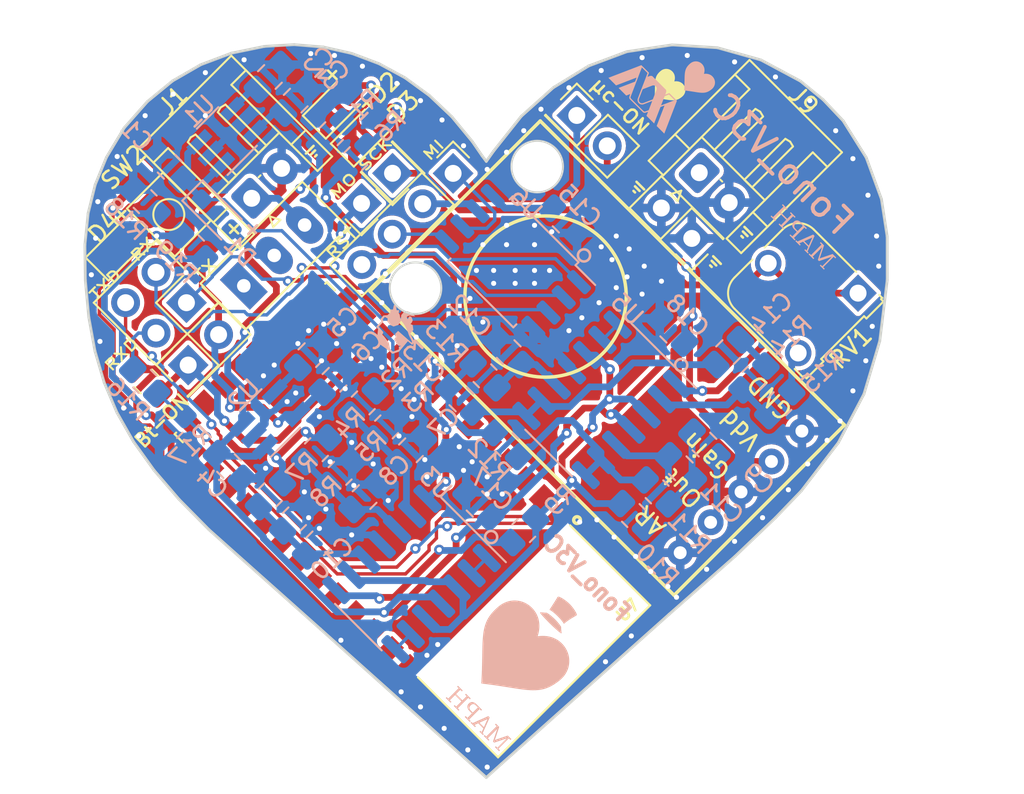
<source format=kicad_pcb>
(kicad_pcb (version 20221018) (generator pcbnew)
  (layers (0 "F.Cu" signal) (31 "B.Cu" signal) (34 "B.Paste" user) (35 "F.Paste" user) (36 "B.SilkS" user "B.Silkscreen") (37 "F.SilkS" user "F.Silkscreen") (38 "B.Mask" user) (39 "F.Mask" user) (44 "Edge.Cuts" user))
  (net 0 "")
  (net 1 "+9V")
  (net 2 "GND")
  (net 3 "+5V")
  (net 4 "Net-(U1-BP)")
  (net 5 "Net-(U2-BP)")
  (net 6 "Net-(C11-Pad1)")
  (net 7 "Net-(D1-A)")
  (net 8 "Net-(D2-A)")
  (net 9 "Net-(J1-Pin_1)")
  (net 10 "SCK{slash}ADC1")
  (net 11 "ADC1")
  (net 12 "MISO")
  (net 13 "MOSI{slash}AREF")
  (net 14 "RESET")
  (net 15 "TX")
  (net 16 "RXD")
  (net 17 "RX")
  (net 18 "TXD")
  (net 19 "2V Vref")
  (net 20 "+3.3V")
  (net 22 "Net-(U4-OUT)")
  (net 23 "Net-(C13-Pad1)")
  (net 24 "Net-(U5D--)")
  (net 25 "Net-(C14-Pad1)")
  (net 26 "Net-(J2-Pin_1)")
  (net 27 "Net-(J8-Pin_1)")
  (net 28 "Net-(D3-A)")
  (net 29 "Net-(D4-A)")
  (net 31 "Net-(R6-Pad1)")
  (net 32 "Net-(R9-Pad1)")
  (net 33 "Net-(U5A--)")
  (net 34 "Net-(U5C--)")
  (net 35 "Net-(R15-Pad1)")
  (net 36 "Net-(U7-UART-RX)")
  (net 37 "Net-(U7-PIO[11])")
  (net 38 "Net-(U7-PIO[8])")
  (net 39 "Net-(U3D--)")
  (net 40 "Net-(U5B--)")
  (net 66 "Net-(U3D-+)")
  (net 67 "Net-(U5B-+)")
  (net 68 "Net-(U5C-+)")
  (net 69 "Net-(U3A--)")
  (net 70 "Net-(U3C-+)")
  (net 71 "Net-(U3B--)")
  (footprint "Connector_PinHeader_2.54mm:PinHeader_2x01_P2.54mm_Vertical" (layer "F.Cu") (at 83.185 65.786 45)
    (fp_text reference "J8" hide)
    (fp_text value "Conn_02x01")
  )
  (footprint "XCVR_HC-05:XCVR_HC-05" (layer "F.Cu") (at 96.193342 74.693678 -135)
    (fp_text reference "U7")
    (fp_text value "HC-05")
  )
  (footprint "Connector_PinHeader_2.54mm:PinHeader_2x01_P2.54mm_Vertical" (layer "F.Cu") (at 106.128549 51.041439 -45)
    (fp_text reference "J2" hide)
    (fp_text value "Conn_02x01")
  )
  (footprint "Capacitor_SMD:C_0805_2012Metric_Pad1.18x1.45mm_HandSolder" (layer "F.Cu") (at 80.7212 66.7512 135)
    (fp_text reference "C16" hide)
    (fp_text value "100n")
  )
  (footprint "Connector_JST:JST_EH_S2B-EH_1x02_P2.50mm_Horizontal" (layer "F.Cu") (at 113.355639 54.421594 -45)
    (fp_text reference "J9")
    (fp_text value "Conn_01x02")
  )
  (footprint "XCVR_HC-05:BT_3x4x2h mm" (layer "F.Cu") (at 82.042 56.896 -45)
    (fp_text reference "SW2")
    (fp_text value "SW_Push")
  )
  (footprint "LED_SMD:LED_0805_2012Metric_Pad1.15x1.40mm_HandSolder" (layer "F.Cu") (at 79.121 58.801 45)
    (fp_text reference "D4")
    (fp_text value "LED")
  )
  (footprint "Connector_PinHeader_2.54mm:PinHeader_1x04_P2.54mm_Vertical" (layer "F.Cu") (at 98.826006 54.462994 -45)
    (fp_text reference "J3" hide)
    (fp_text value "Conn_01x04")
  )
  (footprint "Connector_PinHeader_2.54mm:PinHeader_2x02_P2.54mm_Vertical" (layer "F.Cu") (at 83.083123 62.103 -135)
    (fp_text reference "J6" hide)
    (fp_text value "Conn_02x02_Odd_Even")
  )
  (footprint "Switch_SS12D00G4:SW_Slide_1P2T_SS12D00G4" (layer "F.Cu") (at 88.265 59.309 45)
    (fp_text reference "SW1" hide)
    (fp_text value "SW_SPDT")
  )
  (footprint "Connector_PinHeader_2.54mm:PinHeader_1x01_P2.54mm_Vertical" (layer "F.Cu") (at 95.25 54.4576 135)
    (fp_text reference "J4" hide)
    (fp_text value "Conn_01x01")
  )
  (footprint "Connector_JST:JST_EH_S2B-EH_1x02_P2.50mm_Horizontal" (layer "F.Cu") (at 86.933594 55.935361 45)
    (fp_text reference "J1")
    (fp_text value "Conn_01x02")
  )
  (footprint "Connector_PinHeader_2.54mm:PinHeader_2x01_P2.54mm_Vertical" (layer "F.Cu") (at 112.915562 58.305562 135)
    (fp_text reference "J7" hide)
    (fp_text value "Conn_02x01")
  )
  (footprint "LED_SMD:LED_0805_2012Metric_Pad1.15x1.40mm_HandSolder" (layer "F.Cu") (at 91.948 50.419 45)
    (fp_text reference "D2")
    (fp_text value "LED")
  )
  (footprint "MAX9814:MAX9814-Adafruit" (layer "F.Cu") (at 107.921375 65.376375 135)
    (fp_text reference "U4" hide)
    (fp_text value "MAX9814")
    (fp_circle (center 10.922 -5.08) (end 12.446 -5.08) (stroke (width 0.12)) (fill none) (layer "Edge.Cuts"))
    (fp_circle (center 10.922 5.08) (end 12.446 5.08) (stroke (width 0.12)) (fill none) (layer "Edge.Cuts"))
  )
  (footprint "Connector_PinHeader_2.54mm:PinHeader_1x01_P2.54mm_Vertical" (layer "F.Cu") (at 93.4212 56.2356 135)
    (fp_text reference "J5" hide)
    (fp_text value "Conn_01x01")
  )
  (footprint "LED_SMD:LED_0805_2012Metric_Pad1.15x1.40mm_HandSolder" (layer "F.Cu") (at 93.599 52.07 45)
    (fp_text reference "D3")
    (fp_text value "LED")
  )
  (footprint "Potentiometer_THT:Potentiometer_Runtron_RM-065_Vertical" (layer "F.Cu") (at 122.731687 61.538153 -135)
    (fp_text reference "RV1")
    (fp_text value "100k")
  )
  (footprint "Package_TO_SOT_SMD:SOT-23-5_HandSoldering" (layer "B.Cu") (at 85.471 52.324 45)
    (fp_text reference "U1")
    (fp_text value "LP2985-5.0")
  )
  (footprint "Resistor_SMD:R_0805_2012Metric_Pad1.20x1.40mm_HandSolder" (layer "B.Cu") (at 118.11 68.072 -135)
    (fp_text reference "R15")
    (fp_text value "10k")
  )
  (footprint "Package_SO:SOIC-14_3.9x8.7mm_P1.27mm" (layer "B.Cu") (at 107.596911 67.845911 135)
    (fp_text reference "U5")
    (fp_text value "LM324")
  )
  (footprint "Resistor_SMD:R_0805_2012Metric_Pad1.20x1.40mm_HandSolder" (layer "B.Cu") (at 110.871 73.279 135)
    (fp_text reference "R11")
    (fp_text value "4.7k")
  )
  (footprint "Capacitor_SMD:C_0805_2012Metric_Pad1.18x1.45mm_HandSolder" (layer "B.Cu") (at 105.41 57.2516 135)
    (fp_text reference "C15")
    (fp_text value "100n")
  )
  (footprint "Capacitor_SMD:C_0805_2012Metric_Pad1.18x1.45mm_HandSolder" (layer "B.Cu") (at 85.598 71.755 -45)
    (fp_text reference "C4")
    (fp_text value "1uf")
  )
  (footprint "Package_SO:SOIC-14_3.9x8.7mm_P1.27mm" (layer "B.Cu") (at 96.3676 78.1304 135)
    (fp_text reference "U3")
    (fp_text value "LM324")
  )
  (footprint "Package_SO:SOP-8_5.28x5.23mm_P1.27mm" (layer "B.Cu") (at 102.362 59.69 135)
    (fp_text reference "U6")
    (fp_text value "ATtiny85-20S")
  )
  (footprint "Package_TO_SOT_SMD:SOT-23-5_HandSoldering" (layer "B.Cu") (at 88.015093 68.982307 45)
    (fp_text reference "U2")
    (fp_text value "LP2985-3.3")
  )
  (footprint "Resistor_SMD:R_0805_2012Metric_Pad1.20x1.40mm_HandSolder" (layer "B.Cu") (at 80.645 56.134 135)
    (fp_text reference "R18")
    (fp_text value "1k")
  )
  (footprint "Capacitor_SMD:C_0805_2012Metric_Pad1.18x1.45mm_HandSolder" (layer "B.Cu") (at 91.825559 66.655367 45)
    (fp_text reference "C6")
    (fp_text value "2.2uf")
  )
  (footprint "Resistor_SMD:R_0805_2012Metric_Pad1.20x1.40mm_HandSolder" (layer "B.Cu") (at 93.091 53.594 45)
    (fp_text reference "R6")
    (fp_text value "1k")
  )
  (footprint "Resistor_SMD:R_0805_2012Metric_Pad1.20x1.40mm_HandSolder" (layer "B.Cu") (at 90.758293 70.785707 45)
    (fp_text reference "R4")
    (fp_text value "100K")
  )
  (footprint "Resistor_SMD:R_0805_2012Metric_Pad1.20x1.40mm_HandSolder" (layer "B.Cu") (at 83.439 58.801 135)
    (fp_text reference "R19")
    (fp_text value "1k")
  )
  (footprint "Capacitor_SMD:C_0805_2012Metric_Pad1.18x1.45mm_HandSolder" (layer "B.Cu") (at 93.600116 73.582684 -135)
    (fp_text reference "C8")
    (fp_text value "470n")
  )
  (footprint "Capacitor_SMD:C_0805_2012Metric_Pad1.18x1.45mm_HandSolder" (layer "B.Cu") (at 111.76 63.754 135)
    (fp_text reference "C18")
    (fp_text value "100n")
  )
  (footprint "Capacitor_SMD:C_0805_2012Metric_Pad1.18x1.45mm_HandSolder" (layer "B.Cu") (at 112.268 71.882 135)
    (fp_text reference "C11")
    (fp_text value "470n")
  )
  (footprint "Resistor_SMD:R_0805_2012Metric_Pad1.20x1.40mm_HandSolder" (layer "B.Cu") (at 89.462893 74.875107 -135)
    (fp_text reference "R8")
    (fp_text value "51k")
  )
  (footprint "Capacitor_SMD:C_0805_2012Metric_Pad1.18x1.45mm_HandSolder" (layer "B.Cu") (at 99.314 67.818 -45)
    (fp_text reference "C13")
    (fp_text value "100n")
  )
  (footprint "Resistor_SMD:R_0805_2012Metric_Pad1.20x1.40mm_HandSolder" (layer "B.Cu") (at 94.898493 69.439507 -135)
    (fp_text reference "R3")
    (fp_text value "51K")
  )
  (footprint "Resistor_SMD:R_0805_2012Metric_Pad1.20x1.40mm_HandSolder" (layer "B.Cu") (at 92.155293 72.182707 -135)
    (fp_text reference "R5")
    (fp_text value "75k")
  )
  (footprint "Resistor_SMD:R_0805_2012Metric_Pad1.20x1.40mm_HandSolder" (layer "B.Cu") (at 109.474 74.676 135)
    (fp_text reference "R10")
    (fp_text value "15k")
  )
  (footprint "Capacitor_SMD:C_0805_2012Metric_Pad1.18x1.45mm_HandSolder" (layer "B.Cu") (at 88.011 48.768 45)
    (fp_text reference "C2")
    (fp_text value "100nf")
  )
  (footprint "Capacitor_SMD:C_0805_2012Metric_Pad1.18x1.45mm_HandSolder" (layer "B.Cu") (at 113.664534 70.484534 135)
    (fp_text reference "C9")
    (fp_text value "2.2u")
  )
  (footprint "Capacitor_SMD:C_0805_2012Metric_Pad1.18x1.45mm_HandSolder" (layer "B.Cu") (at 115.062 65.024 -135)
    (fp_text reference "C14")
    (fp_text value "2.2u")
  )
  (footprint "Capacitor_SMD:C_0805_2012Metric_Pad1.18x1.45mm_HandSolder" (layer "B.Cu") (at 89.535 50.165 45)
    (fp_text reference "C3")
    (fp_text value "2.2uf")
  )
  (footprint "Capacitor_SMD:C_0805_2012Metric_Pad1.18x1.45mm_HandSolder" (layer "B.Cu") (at 90.399716 65.200684 45)
    (fp_text reference "C5")
    (fp_text value "100nf")
  )
  (footprint "Capacitor_SMD:C_0805_2012Metric_Pad1.18x1.45mm_HandSolder" (layer "B.Cu") (at 100.33 74.041 135)
    (fp_text reference "C17")
    (fp_text value "100n")
  )
  (footprint "Capacitor_SMD:C_0805_2012Metric_Pad1.18x1.45mm_HandSolder" (layer "B.Cu") (at 90.86287 76.31993 -135)
    (fp_text reference "C10")
    (fp_text value "470n")
  )
  (footprint "Capacitor_SMD:C_0805_2012Metric_Pad1.18x1.45mm_HandSolder" (layer "B.Cu") (at 96.338107 70.819293 -135)
    (fp_text reference "C7")
    (fp_text value "470n")
  )
  (footprint "Resistor_SMD:R_0805_2012Metric_Pad1.20x1.40mm_HandSolder" (layer "B.Cu") (at 88.044586 73.448614 45)
    (fp_text reference "R7")
    (fp_text value "75k")
  )
  (footprint "Resistor_SMD:R_0805_2012Metric_Pad1.20x1.40mm_HandSolder" (layer "B.Cu") (at 100.711 66.421 -45)
    (fp_text reference "R13")
    (fp_text value "10k")
  )
  (footprint "Resistor_SMD:R_0805_2012Metric_Pad1.20x1.40mm_HandSolder" (layer "B.Cu") (at 93.5228 68.0212 45)
    (fp_text reference "R2")
    (fp_text value "100K")
  )
  (footprint "Capacitor_SMD:C_0805_2012Metric_Pad1.18x1.45mm_HandSolder" (layer "B.Cu") (at 102.108 65.024 -45)
    (fp_text reference "C12")
    (fp_text value "22n")
  )
  (footprint "Resistor_SMD:R_0805_2012Metric_Pad1.20x1.40mm_HandSolder" (layer "B.Cu") (at 82.169 69.4182 45)
    (fp_text reference "R17")
    (fp_text value "200k")
  )
  (footprint "Resistor_SMD:R_0805_2012Metric_Pad1.20x1.40mm_HandSolder" (layer "B.Cu") (at 102.997 75.565 45)
    (fp_text reference "R9")
    (fp_text value "50")
  )
  (footprint "Resistor_SMD:R_0805_2012Metric_Pad1.20x1.40mm_HandSolder" (layer "B.Cu") (at 91.6432 52.1208 45)
    (fp_text reference "R1")
    (fp_text value "1k")
  )
  (footprint "Resistor_SMD:R_0805_2012Metric_Pad1.20x1.40mm_HandSolder" (layer "B.Cu") (at 80.6196 66.7512 135)
    (fp_text reference "R16")
    (fp_text value "100k")
  )
  (footprint "Resistor_SMD:R_0805_2012Metric_Pad1.20x1.40mm_HandSolder" (layer "B.Cu") (at 116.586 66.548 45)
    (fp_text reference "R14")
    (fp_text value "10k")
  )
  (footprint "Resistor_SMD:R_0805_2012Metric_Pad1.20x1.40mm_HandSolder" (layer "B.Cu") (at 101.981 70.485 135)
    (fp_text reference "R12")
    (fp_text value "1.2k")
  )
  (footprint "Diode_SMD:D_SOD-323_HandSoldering" (layer "B.Cu") (at 84.8614 56.896 -45)
    (fp_text reference "D1")
    (fp_text value "1N5819WS")
  )
  (footprint "Capacitor_SMD:C_0805_2012Metric_Pad1.18x1.45mm_HandSolder" (layer "B.Cu") (at 82.0928 54.0766 135)
    (fp_text reference "C1")
    (fp_text value "1uf")
  )
  (gr_circle (center 112.28979 65.786) (end 112.54379 66.04) (stroke (width 0.15)) (fill none) (layer "B.SilkS"))
  (gr_poly (pts (xy 105.252707 82.234378) (xy 105.177759 82.163751) (xy 105.098358 82.098792) (xy 105.014704 82.039602) (xy 104.927036 81.986292) (xy 104.835554 81.938966) (xy 104.7405 81.897738) (xy 104.642078 81.8627) (xy 104.540521 81.833961) (xy 104.436036 81.811628) (xy 104.328866 81.795803) (xy 104.219219 81.786591) (xy 104.107308 81.784097) (xy 103.993364 81.788429) (xy 103.960092 81.79095) (xy 103.925798 81.794026) (xy 103.894509 81.797244) (xy 103.881244 81.798802) (xy 103.870257 81.800239) (xy 103.860783 81.801494) (xy 103.851891 81.802496) (xy 103.84378 81.803238) (xy 103.836634 81.803717) (xy 103.830655 81.803909) (xy 103.828171 81.803907) (xy 103.826057 81.803827) (xy 103.824329 81.803666) (xy 103.823027 81.803431) (xy 103.822161 81.803118) (xy 103.8219 81.802933) (xy 103.821769 81.802722) (xy 103.821721 81.802405) (xy 103.821743 81.801876) (xy 103.821955 81.800213) (xy 103.822408 81.797765) (xy 103.823083 81.794599) (xy 103.825059 81.786272) (xy 103.827791 81.775564) (xy 103.831177 81.762847) (xy 103.835129 81.748462) (xy 103.839551 81.732766) (xy 103.844367 81.71612) (xy 103.865073 81.639406) (xy 103.882451 81.562602) (xy 103.896479 81.485822) (xy 103.907178 81.409211) (xy 103.914547 81.332873) (xy 103.918596 81.256933) (xy 103.919345 81.181523) (xy 103.916772 81.106751) (xy 103.91092 81.032755) (xy 103.901766 80.959656) (xy 103.889323 80.887579) (xy 103.873614 80.816628) (xy 103.854624 80.74695) (xy 103.832379 80.678655) (xy 103.806873 80.61186) (xy 103.778121 80.546712) (xy 103.741396 80.47415) (xy 103.700936 80.403937) (xy 103.656909 80.336193) (xy 103.60947 80.271074) (xy 103.558783 80.208685) (xy 103.504997 80.14919) (xy 103.448283 80.092714) (xy 103.388789 80.039391) (xy 103.326684 79.989343) (xy 103.262126 79.942739) (xy 103.195271 79.899681) (xy 103.126279 79.860319) (xy 103.055312 79.824789) (xy 102.982516 79.793226) (xy 102.908064 79.765761) (xy 102.832115 79.74253) (xy 102.8098 79.736701) (xy 102.786319 79.731135) (xy 102.761823 79.725844) (xy 102.736488 79.72086) (xy 102.683938 79.711871) (xy 102.629942 79.704351) (xy 102.575786 79.698424) (xy 102.52276 79.694284) (xy 102.497069 79.692915) (xy 102.47214 79.692059) (xy 102.448141 79.691727) (xy 102.425218 79.691934) (xy 102.388175 79.693325) (xy 102.350652 79.695866) (xy 102.312754 79.699544) (xy 102.274566 79.704334) (xy 102.236186 79.710208) (xy 102.197711 79.71715) (xy 102.159224 79.725126) (xy 102.120829 79.734124) (xy 102.082612 79.744109) (xy 102.044666 79.755073) (xy 102.00709 79.766986) (xy 101.969968 79.779823) (xy 101.933409 79.793559) (xy 101.897487 79.808169) (xy 101.862312 79.823645) (xy 101.827965 79.839946) (xy 101.799222 79.854522) (xy 101.770596 79.869855) (xy 101.742043 79.885949) (xy 101.71353 79.902852) (xy 101.685044 79.920577) (xy 101.656542 79.939146) (xy 101.599355 79.978889) (xy 101.54175 80.022279) (xy 101.483475 80.069481) (xy 101.424288 80.120678) (xy 101.363947 80.176036) (xy 101.281705 80.255852) (xy 101.205163 80.334998) (xy 101.134102 80.41388) (xy 101.068312 80.492898) (xy 101.007591 80.572459) (xy 100.951723 80.652943) (xy 100.900503 80.73474) (xy 100.853721 80.818253) (xy 100.811164 80.903896) (xy 100.772632 80.99204) (xy 100.737906 81.08309) (xy 100.706783 81.177438) (xy 100.67906 81.275484) (xy 100.654511 81.377619) (xy 100.632938 81.48425) (xy 100.614134 81.595759) (xy 100.611352 81.615571) (xy 100.608111 81.641267) (xy 100.600749 81.706011) (xy 100.593014 81.781354) (xy 100.585814 81.858662) (xy 100.57789 81.954213) (xy 100.571244 82.047847) (xy 100.565661 82.144921) (xy 100.560946 82.250794) (xy 100.556876 82.37081) (xy 100.553253 82.510321) (xy 100.546498 82.869254) (xy 100.53703 83.386242) (xy 100.526659 83.793495) (xy 100.514074 84.134434) (xy 100.497957 84.452496) (xy 100.495091 84.50716) (xy 100.4932 84.552467) (xy 100.492458 84.583713) (xy 100.49257 84.592589) (xy 100.492745 84.595082) (xy 100.493024 84.596173) (xy 100.493354 84.596395) (xy 100.494052 84.596637) (xy 100.496482 84.597252) (xy 100.505197 84.598892) (xy 100.518598 84.601036) (xy 100.536095 84.603589) (xy 100.557101 84.60648) (xy 100.581037 84.609604) (xy 100.607316 84.612903) (xy 100.635352 84.616283) (xy 100.939612 84.654084) (xy 101.256389 84.697552) (xy 101.615601 84.750988) (xy 102.0472 84.818691) (xy 102.442963 84.881296) (xy 102.71324 84.922258) (xy 102.910904 84.94925) (xy 103.088829 84.969956) (xy 103.241985 84.984498) (xy 103.387543 84.993993) (xy 103.52617 84.998262) (xy 103.658517 84.997161) (xy 103.785254 84.990518) (xy 103.907038 84.97818) (xy 104.024519 84.95998) (xy 104.138364 84.935767) (xy 104.249232 84.905368) (xy 104.357784 84.868634) (xy 104.464672 84.825395) (xy 104.570567 84.775502) (xy 104.676116 84.718782) (xy 104.781987 84.655092) (xy 104.88883 84.584255) (xy 104.997305 84.506121) (xy 105.049571 84.466206) (xy 105.099136 84.426588) (xy 105.146094 84.387124) (xy 105.190544 84.347719) (xy 105.232583 84.308236) (xy 105.272317 84.268562) (xy 105.309843 84.228591) (xy 105.34527 84.188201) (xy 105.378686 84.147267) (xy 105.410196 84.105672) (xy 105.4399 84.063309) (xy 105.467888 84.020044) (xy 105.494274 83.975779) (xy 105.519142 83.930365) (xy 105.542605 83.883718) (xy 105.564768 83.835701) (xy 105.577105 83.807) (xy 105.588712 83.778407) (xy 105.599577 83.749902) (xy 105.609738 83.721391) (xy 105.619199 83.692866) (xy 105.62796 83.664248) (xy 105.636052 83.635467) (xy 105.643473 83.606496) (xy 105.650248 83.577279) (xy 105.65639 83.547747) (xy 105.661905 83.51786) (xy 105.666806 83.48755) (xy 105.671107 83.456776) (xy 105.674833 83.425482) (xy 105.677986 83.393608) (xy 105.680573 83.361102) (xy 105.683475 83.303353) (xy 105.684 83.245792) (xy 105.682185 83.188449) (xy 105.678023 83.131368) (xy 105.671523 83.074579) (xy 105.662692 83.01812) (xy 105.651557 82.96202) (xy 105.6381 82.906318) (xy 105.622354 82.851048) (xy 105.604311 82.796254) (xy 105.584 82.74196) (xy 105.561411 82.688205) (xy 105.536559 82.635014) (xy 105.509454 82.582447) (xy 105.480109 82.530515) (xy 105.448533 82.479258) (xy 105.388308 82.392242) (xy 105.322962 82.310587)) (fill solid) (layer "B.SilkS"))
  (gr_line (start 86.741 57.531) (end 87.1855 57.9755) (stroke (width 0.15)) (layer "B.SilkS"))
  (gr_line (start 86.741 58.039) (end 87.249 57.531) (stroke (width 0.15)) (layer "B.SilkS"))
  (gr_poly (pts (xy 96.482765 62.803236) (xy 96.594812 62.904991) (xy 96.479206 62.900091) (xy 96.455418 62.898658) (xy 96.432136 62.896452) (xy 96.409951 62.89359) (xy 96.389445 62.890163) (xy 96.380007 62.888283) (xy 96.371208 62.886305) (xy 96.363126 62.884238) (xy 96.355825 62.882106) (xy 96.349393 62.879926) (xy 96.343896 62.8777) (xy 96.339396 62.875444) (xy 96.335985 62.873174) (xy 96.334454 62.872071) (xy 96.332726 62.871036) (xy 96.330807 62.87006) (xy 96.3287 62.869143) (xy 96.323951 62.867515) (xy 96.31855 62.866151) (xy 96.312547 62.865034) (xy 96.305993 62.864193) (xy 96.298961 62.863612) (xy 96.291501 62.863295) (xy 96.283668 62.863245) (xy 96.275519 62.86346) (xy 96.267125 62.863948) (xy 96.258531 62.864706) (xy 96.249792 62.865733) (xy 96.240977 62.867037) (xy 96.232139 62.86861) (xy 96.223331 62.870466) (xy 96.214513 62.872611) (xy 96.205639 62.875037) (xy 96.19676 62.877728) (xy 96.187941 62.880642) (xy 96.179239 62.883766) (xy 96.170714 62.887061) (xy 96.162424 62.89051) (xy 96.154425 62.89408) (xy 96.14679 62.897738) (xy 96.139563 62.901464) (xy 96.132806 62.905238) (xy 96.12658 62.909017) (xy 96.120948 62.912788) (xy 96.115963 62.916506) (xy 96.11169 62.920166) (xy 96.10817 62.923719) (xy 96.106679 62.92554) (xy 96.105283 62.927487) (xy 96.103987 62.929566) (xy 96.102804 62.931769) (xy 96.101726 62.934083) (xy 96.100747 62.936503) (xy 96.099885 62.939027) (xy 96.099116 62.941653) (xy 96.098452 62.944362) (xy 96.097892 62.947158) (xy 96.097083 62.952983) (xy 96.096691 62.959069) (xy 96.096704 62.965376) (xy 96.097126 62.97185) (xy 96.097964 62.978442) (xy 96.099206 62.985116) (xy 96.100847 62.991813) (xy 96.102893 62.998477) (xy 96.105339 63.005077) (xy 96.108185 63.011552) (xy 96.111427 63.017865) (xy 96.144807 63.078067) (xy 96.195894 62.986576) (xy 96.246973 62.895091) (xy 96.305014 62.915082) (xy 96.363037 62.935065) (xy 96.403505 63.03601) (xy 96.443971 63.136953) (xy 96.412325 63.218676) (xy 96.40891 63.227147) (xy 96.405221 63.235691) (xy 96.397168 63.252749) (xy 96.388428 63.269375) (xy 96.379296 63.285121) (xy 96.374663 63.292514) (xy 96.370034 63.299525) (xy 96.365451 63.30608) (xy 96.360941 63.312133) (xy 96.356538 63.317619) (xy 96.352275 63.322482) (xy 96.348194 63.326674) (xy 96.344334 63.330128) (xy 96.307988 63.359868) (xy 96.375153 63.391679) (xy 96.442322 63.423495) (xy 96.460663 63.569092) (xy 96.47899 63.714693) (xy 96.296165 63.932576) (xy 96.390494 64.113437) (xy 96.429 64.18873) (xy 96.464127 64.26003) (xy 96.491973 64.319282) (xy 96.501965 64.341892) (xy 96.50869 64.358468) (xy 96.532556 64.422639) (xy 96.474593 64.511254) (xy 96.41663 64.599869) (xy 96.285373 64.489786) (xy 96.154116 64.379711) (xy 95.897686 64.685878) (xy 95.641264 64.992045) (xy 95.442019 65.057173) (xy 95.242778 65.1223) (xy 95.10031 65.000762) (xy 95.067367 64.973315) (xy 95.02827 64.941837) (xy 94.937435 64.87124) (xy 94.839434 64.797827) (xy 94.791386 64.762843) (xy 94.745898 64.730483) (xy 94.533951 64.581748) (xy 94.438714 64.35566) (xy 94.34347 64.129584) (xy 94.369755 63.892599) (xy 94.396049 63.655612) (xy 94.344221 63.583445) (xy 94.292398 63.511276) (xy 94.596342 63.1906) (xy 94.56364 63.131621) (xy 94.530939 63.07264) (xy 94.589806 63.00248) (xy 94.681012 63.079013) (xy 94.695576 63.159092) (xy 94.710147 63.239166) (xy 94.571452 63.384202) (xy 94.432757 63.529228) (xy 94.473246 63.57359) (xy 94.496621 63.59969) (xy 94.530322 63.637967) (xy 94.610692 63.730457) (xy 94.70765 63.842966) (xy 94.676474 63.918629) (xy 94.645302 63.994293) (xy 94.697675 64.038228) (xy 94.703745 64.043738) (xy 94.711087 64.051119) (xy 94.729204 64.070985) (xy 94.751213 64.09685) (xy 94.776331 64.127707) (xy 94.803746 64.162557) (xy 94.832676 64.200406) (xy 94.862329 64.240257) (xy 94.891891 64.281119) (xy 95.03374 64.480062) (xy 95.066045 64.65766) (xy 95.098351 64.835259) (xy 95.188411 64.913155) (xy 95.278474 64.991058) (xy 95.452467 64.926806) (xy 95.452466 64.926806) (xy 95.626453 64.862554) (xy 95.626854 64.789247) (xy 95.627252 64.715937) (xy 95.692623 64.679475) (xy 95.758 64.643) (xy 95.687822 64.648879) (xy 95.680389 64.649245) (xy 95.672622 64.649137) (xy 95.664573 64.64857) (xy 95.656306 64.647583) (xy 95.64789 64.64617) (xy 95.639386 64.644381) (xy 95.630857 64.642211) (xy 95.622367 64.639695) (xy 95.613986 64.636847) (xy 95.605771 64.633687) (xy 95.597779 64.630244) (xy 95.590089 64.626518) (xy 95.582748 64.622551) (xy 95.575843 64.61836) (xy 95.569415 64.61395) (xy 95.563541 64.609356) (xy 95.557607 64.603948) (xy 95.551015 64.597143) (xy 95.543833 64.589054) (xy 95.536122 64.579772) (xy 95.527968 64.569411) (xy 95.519428 64.558056) (xy 95.50148 64.532801) (xy 95.482827 64.504801) (xy 95.464035 64.474877) (xy 95.445659 64.443843) (xy 95.428239 64.412489) (xy 95.347053 64.261028) (xy 95.435649 64.155441) (xy 95.420665 64.046823) (xy 95.40568 63.9382) (xy 95.492592 63.853055) (xy 95.579503 63.767905) (xy 95.974587 64.115154) (xy 96.369673 64.462398) (xy 96.39308 64.434499) (xy 96.394158 64.432844) (xy 96.394953 64.430744) (xy 96.395494 64.428236) (xy 96.395767 64.425316) (xy 96.395788 64.421998) (xy 96.395561 64.418303) (xy 96.395091 64.414244) (xy 96.394377 64.409824) (xy 96.392236 64.399974) (xy 96.389204 64.388863) (xy 96.385299 64.376589) (xy 96.380574 64.363262) (xy 96.375053 64.348984) (xy 96.368789 64.333857) (xy 96.361806 64.31799) (xy 96.354161 64.301485) (xy 96.345877 64.284444) (xy 96.336995 64.266974) (xy 96.327569 64.249184) (xy 96.317609 64.231168) (xy 96.297053 64.19335) (xy 96.276529 64.153099) (xy 96.256594 64.111639) (xy 96.237779 64.070216) (xy 96.220634 64.030065) (xy 96.20571 63.992417) (xy 96.193555 63.958517) (xy 96.184699 63.929596) (xy 96.175807 63.900029) (xy 96.163528 63.864278) (xy 96.148421 63.82371) (xy 96.131041 63.779683) (xy 96.111934 63.733577) (xy 96.091666 63.686743) (xy 96.07078 63.640559) (xy 96.049827 63.596392) (xy 96.02757 63.552423) (xy 96.002942 63.506832) (xy 95.976758 63.460939) (xy 95.949834 63.416063) (xy 95.922983 63.373542) (xy 95.897025 63.334688) (xy 95.872768 63.300836) (xy 95.851036 63.273293) (xy 95.753094 63.157271) (xy 95.673392 63.287211) (xy 95.593682 63.417155) (xy 95.45019 63.463732) (xy 95.30669 63.510305) (xy 95.213289 63.464933) (xy 95.119893 63.419561) (xy 95.029831 63.309819) (xy 94.939767 63.200071) (xy 94.951411 63.117344) (xy 94.96306 63.034614) (xy 94.879721 62.988074) (xy 94.796369 62.941535) (xy 94.681012 63.079013) (xy 94.589806 63.00248) (xy 94.711107 62.857914) (xy 94.831242 62.847404) (xy 94.951364 62.836892) (xy 95.041538 62.751871) (xy 95.131705 62.666849) (xy 95.11182 62.5854) (xy 95.091935 62.503954) (xy 95.167947 62.567734) (xy 95.174099 62.525515) (xy 95.18024 62.483291) (xy 95.22453 62.500792) (xy 95.268823 62.518293) (xy 95.299585 62.3813) (xy 95.330352 62.244297) (xy 95.390977 62.210682) (xy 95.451604 62.177068) (xy 95.470482 62.359932) (xy 95.489362 62.542798) (xy 95.565239 62.543206) (xy 95.641121 62.54362) (xy 95.622041 62.634573) (xy 95.62031 62.644016) (xy 95.619024 62.653527) (xy 95.618181 62.663055) (xy 95.617779 62.672532) (xy 95.617793 62.681883) (xy 95.618225 62.691062) (xy 95.61905 62.699998) (xy 95.620265 62.708628) (xy 95.621868 62.716887) (xy 95.623838 62.724713) (xy 95.626159 62.732029) (xy 95.628834 62.738793) (xy 95.631843 62.744931) (xy 95.63518 62.750378) (xy 95.636964 62.75282) (xy 95.638834 62.755068) (xy 95.640774 62.757115) (xy 95.642788 62.758941) (xy 95.644839 62.760798) (xy 95.646867 62.762906) (xy 95.65087 62.767841) (xy 95.654781 62.773684) (xy 95.658569 62.780356) (xy 95.662213 62.787798) (xy 95.665701 62.795928) (xy 95.668998 62.804671) (xy 95.672089 62.813966) (xy 95.674949 62.823733) (xy 95.67756 62.833907) (xy 95.679893 62.844401) (xy 95.68192 62.855168) (xy 95.683635 62.86611) (xy 95.684996 62.877167) (xy 95.686 62.888268) (xy 95.686618 62.899335) (xy 95.687164 62.910353) (xy 95.687985 62.921297) (xy 95.68904 62.932095) (xy 95.690338 62.942693) (xy 95.691845 62.95301) (xy 95.693547 62.962987) (xy 95.695445 62.972549) (xy 95.697501 62.98165) (xy 95.699709 62.990202) (xy 95.702051 62.998142) (xy 95.704513 63.00542) (xy 95.707079 63.011944) (xy 95.709725 63.017669) (xy 95.712452 63.022516) (xy 95.715228 63.02642) (xy 95.716622 63.028004) (xy 95.71804 63.029314) (xy 95.745456 63.052319) (xy 95.754825 62.945041) (xy 95.764195 62.837759) (xy 95.920064 62.652002) (xy 96.020507 62.625102) (xy 96.120952 62.598205) (xy 96.245835 62.649846) (xy 96.259138 62.655638) (xy 96.273204 62.662302) (xy 96.303167 62.677925) (xy 96.334738 62.696107) (xy 96.366947 62.716206) (xy 96.398822 62.737601) (xy 96.429401 62.759661) (xy 96.457704 62.781744) (xy 96.470705 62.792604)) (fill solid) (layer "B.SilkS"))
  (gr_poly (pts (xy 113.572865 48.064511) (xy 113.592659 48.094628) (xy 113.610231 48.125959) (xy 113.625547 48.158383) (xy 113.638593 48.191844) (xy 113.649343 48.226249) (xy 113.657777 48.261528) (xy 113.663866 48.297575) (xy 113.667608 48.334328) (xy 113.668951 48.371696) (xy 113.667891 48.409603) (xy 113.664406 48.447951) (xy 113.658465 48.48668) (xy 113.650033 48.525691) (xy 113.647152 48.537005) (xy 113.644008 48.548637) (xy 113.640993 48.559231) (xy 113.639661 48.56371) (xy 113.63849 48.567404) (xy 113.637481 48.570596) (xy 113.636593 48.573596) (xy 113.635847 48.57634) (xy 113.635252 48.578789) (xy 113.634817 48.580826) (xy 113.634673 48.58169) (xy 113.634563 48.582422) (xy 113.634515 48.583031) (xy 113.634524 48.583491) (xy 113.634575 48.583806) (xy 113.634625 48.583896) (xy 113.634681 48.583972) (xy 113.634791 48.584003) (xy 113.634983 48.584031) (xy 113.635563 48.584052) (xy 113.636441 48.584051) (xy 113.637568 48.584007) (xy 113.640557 48.58383) (xy 113.644412 48.583553) (xy 113.649009 48.583151) (xy 113.654196 48.58266) (xy 113.659882 48.58209) (xy 113.665908 48.581448) (xy 113.693616 48.578966) (xy 113.721137 48.577643) (xy 113.748451 48.577472) (xy 113.775516 48.578445) (xy 113.80228 48.580539) (xy 113.828694 48.583755) (xy 113.854737 48.588089) (xy 113.880361 48.593525) (xy 113.905507 48.60004) (xy 113.930137 48.607638) (xy 113.954233 48.616296) (xy 113.977736 48.626032) (xy 114.000591 48.636808) (xy 114.022782 48.648632) (xy 114.044254 48.661477) (xy 114.064961 48.675347) (xy 114.08774 48.692427) (xy 114.109488 48.710635) (xy 114.130152 48.729918) (xy 114.149717 48.750234) (xy 114.168141 48.771491) (xy 114.185387 48.793653) (xy 114.201407 48.816632) (xy 114.21617 48.840378) (xy 114.229633 48.864824) (xy 114.24178 48.889917) (xy 114.252558 48.915569) (xy 114.261921 48.941743) (xy 114.269861 48.968359) (xy 114.276316 48.995379) (xy 114.281266 49.022703) (xy 114.284655 49.050292) (xy 114.285312 49.05834) (xy 114.285797 49.066774) (xy 114.286135 49.075533) (xy 114.286313 49.084577) (xy 114.28621 49.103232) (xy 114.285535 49.122305) (xy 114.284277 49.141327) (xy 114.282484 49.159863) (xy 114.281391 49.168801) (xy 114.280169 49.177435) (xy 114.278829 49.185736) (xy 114.277358 49.193618) (xy 114.27463 49.20631) (xy 114.271473 49.219083) (xy 114.267907 49.231922) (xy 114.263929 49.244797) (xy 114.259574 49.257671) (xy 114.254847 49.270505) (xy 114.249756 49.283289) (xy 114.244321 49.295975) (xy 114.238553 49.308535) (xy 114.232474 49.320958) (xy 114.226091 49.333179) (xy 114.219407 49.345196) (xy 114.212448 49.356959) (xy 114.205224 49.368456) (xy 114.197757 49.379639) (xy 114.190043 49.390483) (xy 114.183278 49.399514) (xy 114.176252 49.408441) (xy 114.168973 49.41731) (xy 114.161407 49.426103) (xy 114.153573 49.434852) (xy 114.145436 49.443547) (xy 114.128256 49.460837) (xy 114.109814 49.478061) (xy 114.089986 49.495272) (xy 114.068752 49.51256) (xy 114.046 49.53) (xy 114.013487 49.5535) (xy 113.981555 49.57507) (xy 113.950048 49.594771) (xy 113.918814 49.612648) (xy 113.887707 49.628739) (xy 113.856571 49.643095) (xy 113.825258 49.655785) (xy 113.793628 49.66683) (xy 113.761527 49.676293) (xy 113.728802 49.684229) (xy 113.695307 49.690658) (xy 113.660893 49.695645) (xy 113.625411 49.69926) (xy 113.588722 49.701503) (xy 113.550656 49.702455) (xy 113.511082 49.702161) (xy 113.504079 49.701918) (xy 113.495029 49.701479) (xy 113.472252 49.700078) (xy 113.44582 49.698159) (xy 113.418737 49.695944) (xy 113.385317 49.69287) (xy 113.352647 49.689467) (xy 113.318844 49.685496) (xy 113.282066 49.680679) (xy 113.240448 49.674793) (xy 113.192142 49.667561) (xy 113.068015 49.64807) (xy 112.88924 49.619913) (xy 112.74824 49.598737) (xy 112.629953 49.582364) (xy 112.519353 49.568591) (xy 112.50033 49.566247) (xy 112.4846 49.564137) (xy 112.473782 49.562497) (xy 112.470735 49.561927) (xy 112.469881 49.561708) (xy 112.469518 49.561551) (xy 112.469478 49.561432) (xy 112.469431 49.561171) (xy 112.469362 49.560301) (xy 112.46933 49.557184) (xy 112.469405 49.55244) (xy 112.469588 49.54625) (xy 112.469871 49.538838) (xy 112.470241 49.530406) (xy 112.470708 49.521141) (xy 112.47124 49.511276) (xy 112.471243 49.51128) (xy 112.476707 49.4041) (xy 112.480973 49.292268) (xy 112.484384 49.165204) (xy 112.487283 49.012326) (xy 112.48976 48.872112) (xy 112.492055 48.776465) (xy 112.494768 48.706697) (xy 112.498454 48.644104) (xy 112.502747 48.590435) (xy 112.50833 48.539675) (xy 112.51528 48.491654) (xy 112.523696 48.446083) (xy 112.533692 48.40281) (xy 112.545339 48.361586) (xy 112.558758 48.3222) (xy 112.574021 48.284427) (xy 112.591252 48.248059) (xy 112.610502 48.212873) (xy 112.631896 48.178655) (xy 112.655535 48.145195) (xy 112.681504 48.112259) (xy 112.709889 48.07964) (xy 112.740789 48.047125) (xy 112.774317 48.014472) (xy 112.791259 47.998887) (xy 112.807917 47.984218) (xy 112.824377 47.970429) (xy 112.840655 47.957499) (xy 112.856824 47.945402) (xy 112.87292 47.934118) (xy 112.888969 47.923615) (xy 112.905051 47.913859) (xy 112.92119 47.90483) (xy 112.93744 47.896492) (xy 112.953852 47.888839) (xy 112.970465 47.88181) (xy 112.987325 47.875417) (xy 113.004482 47.869597) (xy 113.021993 47.864342) (xy 113.039895 47.85963) (xy 113.05053 47.857125) (xy 113.061088 47.854856) (xy 113.071574 47.852849) (xy 113.082022 47.85107) (xy 113.092426 47.84954) (xy 113.102836 47.848267) (xy 113.113242 47.847229) (xy 113.123681 47.846431) (xy 113.134157 47.845874) (xy 113.144708 47.845548) (xy 113.15535 47.84547) (xy 113.166097 47.845615) (xy 113.176966 47.846011) (xy 113.187978 47.846623) (xy 113.199152 47.847466) (xy 113.210517 47.848559) (xy 113.230594 47.85106) (xy 113.25046 47.854381) (xy 113.270123 47.858497) (xy 113.289544 47.863398) (xy 113.30872 47.869089) (xy 113.327642 47.87557) (xy 113.346311 47.882819) (xy 113.364692 47.890839) (xy 113.382781 47.899622) (xy 113.400577 47.909166) (xy 113.418061 47.919476) (xy 113.435206 47.930533) (xy 113.452032 47.942322) (xy 113.468512 47.954855) (xy 113.484622 47.968136) (xy 113.500363 47.982128) (xy 113.526701 48.008181) (xy 113.550884 48.035666)) (fill solid) (layer "B.SilkS"))
  (gr_circle (center 106.553 59.309) (end 106.807 59.563) (stroke (width 0.15)) (fill none) (layer "B.SilkS"))
  (gr_poly (pts (xy 110.34796 48.635303) (xy 110.330563 48.680129) (xy 110.316285 48.717662) (xy 110.306597 48.743968) (xy 110.303934 48.751682) (xy 110.302976 48.755124) (xy 110.303061 48.755365) (xy 110.303348 48.755532) (xy 110.303818 48.755622) (xy 110.304479 48.755639) (xy 110.306339 48.755444) (xy 110.308888 48.754969) (xy 110.31209 48.75423) (xy 110.315893 48.753224) (xy 110.320266 48.751982) (xy 110.325177 48.750499) (xy 110.336418 48.746883) (xy 110.349323 48.742474) (xy 110.36358 48.737375) (xy 110.378861 48.731671) (xy 110.394402 48.725882) (xy 110.408939 48.720717) (xy 110.422559 48.716173) (xy 110.435339 48.712232) (xy 110.447374 48.708882) (xy 110.458734 48.706113) (xy 110.469508 48.703919) (xy 110.479782 48.702289) (xy 110.489633 48.701203) (xy 110.499145 48.700663) (xy 110.508405 48.700641) (xy 110.517493 48.701142) (xy 110.526486 48.702138) (xy 110.535476 48.703638) (xy 110.544545 48.705613) (xy 110.553768 48.70806) (xy 110.584869 48.716989) (xy 111.393098 49.525213) (xy 111.401889 49.552372) (xy 111.403393 49.55736) (xy 111.404725 49.56246) (xy 111.405869 49.567679) (xy 111.406831 49.573007) (xy 111.407619 49.578465) (xy 111.408215 49.584055) (xy 111.408626 49.589779) (xy 111.408856 49.595641) (xy 111.408897 49.601639) (xy 111.408754 49.607791) (xy 111.407892 49.620556) (xy 111.40627 49.633975) (xy 111.403883 49.648072) (xy 111.400723 49.662888) (xy 111.396778 49.678468) (xy 111.392049 49.694849) (xy 111.386515 49.712071) (xy 111.380181 49.730159) (xy 111.373038 49.749156) (xy 111.365076 49.769099) (xy 111.356289 49.790033) (xy 111.355557 49.791794) (xy 111.35491 49.793499) (xy 111.354338 49.795143) (xy 111.353846 49.796719) (xy 111.353433 49.798208) (xy 111.353097 49.79962) (xy 111.352848 49.800921) (xy 111.35268 49.802126) (xy 111.352595 49.803215) (xy 111.352596 49.804179) (xy 111.352684 49.805006) (xy 111.352861 49.805699) (xy 111.352973 49.805995) (xy 111.353122 49.806244) (xy 111.353282 49.806456) (xy 111.353469 49.806631) (xy 111.353677 49.806756) (xy 111.353905 49.80685) (xy 111.35416 49.806896) (xy 111.354439 49.806896) (xy 111.355604 49.806616) (xy 111.357902 49.805902) (xy 111.36566 49.803225) (xy 111.39209 49.793577) (xy 111.429781 49.779406) (xy 111.474775 49.762181) (xy 111.589536 49.717913) (xy 111.814586 49.944836) (xy 112.039635 50.171754) (xy 111.840114 50.690656) (xy 111.473426 51.644805) (xy 111.299205 52.097336) (xy 111.292164 52.114617) (xy 110.842627 51.665087) (xy 110.858368 51.622823) (xy 111.089192 51.021107) (xy 111.24117 50.624502) (xy 111.304532 50.456587) (xy 111.304391 50.456386) (xy 111.303943 50.456306) (xy 111.302164 50.456496) (xy 111.299252 50.457151) (xy 111.295265 50.458225) (xy 111.284327 50.461597) (xy 111.269833 50.466439) (xy 111.25228 50.472593) (xy 111.232136 50.479893) (xy 111.209906 50.488163) (xy 111.186058 50.497245) (xy 111.067325 50.542966) (xy 110.891206 51.00096) (xy 110.704178 51.487344) (xy 110.693286 51.515744) (xy 110.242053 51.064509) (xy 110.286793 50.950221) (xy 110.304177 50.905409) (xy 110.318444 50.867879) (xy 110.32812 50.841571) (xy 110.330777 50.833852) (xy 110.331728 50.830411) (xy 110.331642 50.830162) (xy 110.331357 50.829994) (xy 110.330879 50.829904) (xy 110.33021 50.829891) (xy 110.328352 50.830076) (xy 110.3258 50.830545) (xy 110.322597 50.831285) (xy 110.318795 50.832283) (xy 110.314414 50.833527) (xy 110.309507 50.835007) (xy 110.298256 50.838622) (xy 110.285351 50.843022) (xy 110.271098 50.848122) (xy 110.255811 50.853823) (xy 110.240272 50.859615) (xy 110.225733 50.864775) (xy 110.212113 50.869326) (xy 110.199327 50.873266) (xy 110.187301 50.876618) (xy 110.175939 50.879384) (xy 110.16516 50.881573) (xy 110.154889 50.883211) (xy 110.145033 50.884292) (xy 110.135522 50.884839) (xy 110.126265 50.884861) (xy 110.117172 50.88436) (xy 110.108177 50.883355) (xy 110.099188 50.881861) (xy 110.090122 50.879882) (xy 110.080891 50.877436) (xy 110.049795 50.868507) (xy 109.241575 50.060282) (xy 109.23278 50.033124) (xy 109.231272 50.028135) (xy 109.229947 50.023036) (xy 109.228799 50.017822) (xy 109.22783 50.012487) (xy 109.227054 50.007031) (xy 109.226457 50.00144) (xy 109.226045 49.995721) (xy 109.225815 49.989857) (xy 109.22577 49.983853) (xy 109.22592 49.977702) (xy 109.226777 49.964943) (xy 109.228403 49.951524) (xy 109.230786 49.937426) (xy 109.233948 49.922608) (xy 109.23789 49.907027) (xy 109.242626 49.890647) (xy 109.248155 49.873428) (xy 109.254483 49.855343) (xy 109.261634 49.836343) (xy 109.269596 49.8164) (xy 109.278387 49.795466) (xy 109.279111 49.7937) (xy 109.279757 49.791994) (xy 109.280334 49.790352) (xy 109.280824 49.788775) (xy 109.281236 49.787279) (xy 109.281566 49.785874) (xy 109.281818 49.784565) (xy 109.281976 49.783361) (xy 109.282062 49.782271) (xy 109.282059 49.781305) (xy 109.281969 49.780469) (xy 109.281789 49.77977) (xy 109.281671 49.779484) (xy 109.28153 49.779228) (xy 109.281366 49.779013) (xy 109.281171 49.77884) (xy 109.280965 49.778706) (xy 109.280734 49.778618) (xy 109.280472 49.778568) (xy 109.280198 49.778572) (xy 109.27903 49.77884) (xy 109.276727 49.779556) (xy 109.268969 49.782222) (xy 109.242541 49.791863) (xy 109.204865 49.80603) (xy 109.159891 49.823246) (xy 109.04521 49.867514) (xy 108.594511 49.416967) (xy 108.61732 49.407969) (xy 109.103426 49.220947) (xy 109.566728 49.042927) (xy 109.613038 48.924113) (xy 109.630592 48.877994) (xy 109.644129 48.84026) (xy 109.648983 48.825752) (xy 109.652331 48.814798) (xy 109.654012 48.807887) (xy 109.654172 48.806094) (xy 109.65407 48.805645) (xy 109.653845 48.8055) (xy 109.605878 48.823225) (xy 109.479334 48.871335) (xy 109.067489 49.029335) (xy 108.465529 49.259916) (xy 108.444426 49.266881) (xy 107.995461 48.817914) (xy 108.012711 48.810842) (xy 108.538228 48.608581) (xy 109.492548 48.242055) (xy 109.862898 48.099783) (xy 109.969692 48.206582) (xy 109.82309 48.587567) (xy 109.307133 49.932891) (xy 109.305541 49.937897) (xy 109.304142 49.942904) (xy 109.302944 49.947897) (xy 109.301947 49.952894) (xy 109.301145 49.95788) (xy 109.300542 49.96286) (xy 109.300142 49.967821) (xy 109.299933 49.97276) (xy 109.299926 49.977684) (xy 109.300114 49.982589) (xy 109.300504 49.987468) (xy 109.30109 49.992316) (xy 109.301884 49.997134) (xy 109.302876 50.001925) (xy 109.304059 50.006673) (xy 109.305439 50.011383) (xy 109.306013 50.012898) (xy 109.306871 50.014635) (xy 109.309595 50.019) (xy 109.31401 50.024863) (xy 109.320476 50.0326) (xy 109.329386 50.042605) (xy 109.341099 50.055268) (xy 109.356002 50.070975) (xy 109.374471 50.090118) (xy 109.423599 50.140244) (xy 109.491496 50.208741) (xy 109.581178 50.298735) (xy 109.695653 50.413294) (xy 109.902361 50.619668) (xy 110.020914 50.736625) (xy 110.077712 50.789803) (xy 110.091225 50.800479) (xy 110.099202 50.804831) (xy 110.099205 50.804831) (xy 110.102153 50.80583) (xy 110.105097 50.806731) (xy 110.108047 50.807518) (xy 110.111029 50.808202) (xy 110.114051 50.808774) (xy 110.117122 50.809221) (xy 110.120276 50.809549) (xy 110.123513 50.809762) (xy 110.126848 50.809838) (xy 110.1303 50.809792) (xy 110.133896 50.809607) (xy 110.13763 50.809289) (xy 110.141527 50.808832) (xy 110.145608 50.808228) (xy 110.149888 50.807482) (xy 110.154365 50.806584) (xy 110.159075 50.80553) (xy 110.164022 50.80433) (xy 110.174699 50.801437) (xy 110.186531 50.797884) (xy 110.199624 50.793643) (xy 110.214106 50.788687) (xy 110.230106 50.78299) (xy 110.247739 50.776526) (xy 110.267132 50.769272) (xy 110.371378 50.729956) (xy 110.459914 50.498522) (xy 110.527037 50.323708) (xy 110.564074 50.228416) (xy 110.5671 50.220652) (xy 110.569708 50.213418) (xy 110.57186 50.206872) (xy 110.573514 50.20117) (xy 110.574131 50.198682) (xy 110.574619 50.196471) (xy 110.574952 50.194544) (xy 110.575141 50.192931) (xy 110.575171 50.191645) (xy 110.575034 50.190711) (xy 110.574904 50.19038) (xy 110.574738 50.190143) (xy 110.574524 50.190003) (xy 110.574263 50.189967) (xy 110.568272 50.191902) (xy 110.553202 50.197368) (xy 110.499858 50.21737) (xy 110.422306 50.246915) (xy 110.328594 50.282956) (xy 110.149049 50.35152) (xy 110.086743 50.374748) (xy 110.054726 50.386091) (xy 110.045754 50.388653) (xy 110.036648 50.390838) (xy 110.027444 50.392659) (xy 110.018147 50.394113) (xy 110.008767 50.395214) (xy 109.999332 50.395957) (xy 109.989843 50.396351) (xy 109.980321 50.396402) (xy 109.970781 50.396106) (xy 109.961232 50.395477) (xy 109.951699 50.394513) (xy 109.942178 50.39322) (xy 109.932697 50.391602) (xy 109.923273 50.389664) (xy 109.9139 50.38741) (xy 109.904619 50.384842) (xy 109.895431 50.381969) (xy 109.886346 50.378787) (xy 109.877386 50.375303) (xy 109.868557 50.371531) (xy 109.859887 50.367461) (xy 109.851378 50.363107) (xy 109.843051 50.35847) (xy 109.834918 50.353553) (xy 109.82699 50.348371) (xy 109.819287 50.342906) (xy 109.811818 50.337183) (xy 109.804599 50.33119) (xy 109.797646 50.324944) (xy 109.79097 50.318444) (xy 109.78459 50.311695) (xy 109.77852 50.3047) (xy 109.767837 50.290976) (xy 109.758061 50.276624) (xy 109.749216 50.261716) (xy 109.74131 50.246333) (xy 109.734358 50.230544) (xy 109.728367 50.214409) (xy 109.723374 50.198008) (xy 109.719373 50.181408) (xy 109.716384 50.16468) (xy 109.714425 50.147889) (xy 109.713503 50.131114) (xy 109.713649 50.114421) (xy 109.714864 50.097882) (xy 109.717167 50.081566) (xy 109.720569 50.065546) (xy 109.725094 50.049888) (xy 109.74364 50.000275) (xy 109.808424 49.830831) (xy 109.960134 49.435671) (xy 110.019804 49.495338) (xy 109.985499 49.581146) (xy 109.91227 49.769707) (xy 109.837134 49.965173) (xy 109.797111 50.071712) (xy 109.79533 50.077824) (xy 109.793816 50.084602) (xy 109.792588 50.091966) (xy 109.791622 50.099814) (xy 109.790929 50.108055) (xy 109.790498 50.116577) (xy 109.790333 50.125304) (xy 109.790424 50.134119) (xy 109.790782 50.142942) (xy 109.791398 50.151663) (xy 109.792257 50.160193) (xy 109.793378 50.168432) (xy 109.794744 50.17628) (xy 109.796354 50.183648) (xy 109.798216 50.190437) (xy 109.800311 50.196543) (xy 109.804049 50.205562) (xy 109.808169 50.214306) (xy 109.81268 50.222784) (xy 109.817564 50.230987) (xy 109.822822 50.238898) (xy 109.828448 50.24652) (xy 109.834438 50.253853) (xy 109.84078 50.260878) (xy 109.847475 50.267598) (xy 109.854518 50.273996) (xy 109.861898 50.280084) (xy 109.869612 50.285843) (xy 109.877653 50.291274) (xy 109.886024 50.29637) (xy 109.894701 50.301114) (xy 109.9037 50.305511) (xy 109.910447 50.308329) (xy 109.917803 50.310838) (xy 109.925681 50.313044) (xy 109.933995 50.314941) (xy 109.942675 50.316527) (xy 109.951639 50.317792) (xy 109.960803 50.318731) (xy 109.970082 50.319353) (xy 109.979405 50.319644) (xy 109.988686 50.319598) (xy 109.99785 50.319219) (xy 110.006806 50.318495) (xy 110.01548 50.31743) (xy 110.023797 50.316015) (xy 110.03167 50.314242) (xy 110.039017 50.312115) (xy 110.145705 50.272329) (xy 110.340889 50.197504) (xy 110.52915 50.124444) (xy 110.615066 50.089962) (xy 110.649475 50.003978) (xy 110.722481 49.815475) (xy 110.797253 49.62012) (xy 110.836959 49.513598) (xy 110.838613 49.507884) (xy 110.840061 49.501544) (xy 110.841305 49.494692) (xy 110.842336 49.48739) (xy 110.843168 49.479744) (xy 110.843777 49.471835) (xy 110.844181 49.463761) (xy 110.844381 49.455608) (xy 110.844361 49.447475) (xy 110.844124 49.439434) (xy 110.843916 49.435885) (xy 111.314905 49.906873) (xy 111.307702 49.922928) (xy 111.290964 49.964092) (xy 111.23794 50.098508) (xy 111.174 50.26366) (xy 111.117263 50.413073) (xy 111.104039 50.448493) (xy 111.120058 50.442066) (xy 111.51465 50.290357) (xy 111.899924 50.142346) (xy 111.900308 50.142043) (xy 111.900464 50.141544) (xy 111.900368 50.14083) (xy 111.900014 50.139891) (xy 111.89939 50.138714) (xy 111.89848 50.137292) (xy 111.895781 50.133645) (xy 111.89181 50.128853) (xy 111.886479 50.122822) (xy 111.879701 50.11545) (xy 111.871372 50.106644) (xy 111.861398 50.096304) (xy 111.849693 50.084338) (xy 111.820712 50.05511) (xy 111.783685 50.018187) (xy 111.737856 49.972798) (xy 111.569084 49.805971) (xy 111.4448 49.853814) (xy 111.396104 49.872799) (xy 111.355378 49.889132) (xy 111.326892 49.901068) (xy 111.318572 49.90485) (xy 111.314905 49.906873) (xy 110.843916 49.435885) (xy 110.843673 49.431593) (xy 110.843008 49.424032) (xy 110.842126 49.41685) (xy 110.841028 49.410126) (xy 110.839708 49.403957) (xy 110.83817 49.398439) (xy 110.834994 49.389476) (xy 110.83119 49.380536) (xy 110.8268 49.371654) (xy 110.821859 49.362879) (xy 110.816408 49.354245) (xy 110.810487 49.345798) (xy 110.804124 49.337582) (xy 110.797363 49.329641) (xy 110.790239 49.322006) (xy 110.782793 49.314743) (xy 110.775057 49.307865) (xy 110.767083 49.301429) (xy 110.75889 49.295478) (xy 110.75052 49.290046) (xy 110.742018 49.285187) (xy 110.733423 49.280932) (xy 110.726254 49.277957) (xy 110.718555 49.275294) (xy 110.710404 49.272951) (xy 110.701866 49.270923) (xy 110.693021 49.269224) (xy 110.683943 49.267861) (xy 110.674691 49.266823) (xy 110.665359 49.266134) (xy 110.656001 49.265775) (xy 110.646694 49.26577) (xy 110.637523 49.266114) (xy 110.628559 49.26682) (xy 110.619854 49.267871) (xy 110.611511 49.269293) (xy 110.603578 49.271081) (xy 110.596151 49.273243) (xy 110.489814 49.312913) (xy 110.294445 49.387769) (xy 110.105841 49.460883) (xy 110.019804 49.495338) (xy 109.960134 49.435671) (xy 110.177118 48.870497) (xy 110.265158 48.639751) (xy 110.291969 48.56829) (xy 110.301852 48.540532) (xy 110.301008 48.539119) (xy 110.298486 48.536069) (xy 110.288799 48.525425) (xy 110.27346 48.509293) (xy 110.253147 48.488379) (xy 110.20034 48.434973) (xy 110.135845 48.370785) (xy 109.969692 48.206582) (xy 109.862898 48.099783) (xy 109.938589 48.070713) (xy 110.165652 48.295844) (xy 110.39272 48.520976)) (fill solid) (layer "B.SilkS"))
  (gr_poly (pts (xy 105.201185 81.311942) (xy 105.202403 81.340535) (xy 105.203961 81.368812) (xy 105.205864 81.397069) (xy 105.208159 81.425622) (xy 105.210859 81.454769) (xy 105.21401 81.484815) (xy 105.217615 81.516066) (xy 105.221714 81.548832) (xy 105.225101 81.576045) (xy 105.226318 81.587151) (xy 105.227181 81.596712) (xy 105.227664 81.60483) (xy 105.227739 81.611597) (xy 105.22738 81.617106) (xy 105.226566 81.621451) (xy 105.22597 81.623222) (xy 105.225257 81.624733) (xy 105.224417 81.626003) (xy 105.22344 81.627044) (xy 105.222328 81.627864) (xy 105.221079 81.628478) (xy 105.21969 81.628891) (xy 105.218154 81.629123) (xy 105.214647 81.629086) (xy 105.21051 81.628459) (xy 105.205732 81.627334) (xy 105.200281 81.625811) (xy 105.194971 81.623995) (xy 105.189026 81.621488) (xy 105.175213 81.614348) (xy 105.158804 81.60437) (xy 105.139747 81.591505) (xy 105.118026 81.575733) (xy 105.093586 81.557009) (xy 105.066385 81.535307) (xy 105.036399 81.510599) (xy 105.003577 81.482851) (xy 104.967879 81.45203) (xy 104.92928 81.418093) (xy 104.887729 81.381017) (xy 104.795618 81.297322) (xy 104.691242 81.200664) (xy 104.603448 81.117897) (xy 104.564527 81.080371) (xy 104.526555 81.04305) (xy 104.487749 81.004182) (xy 104.446334 80.961996) (xy 104.348559 80.860612) (xy 104.251675 80.758848) (xy 104.171393 80.67315) (xy 104.106447 80.602049) (xy 104.055582 80.544063) (xy 104.017528 80.497716) (xy 103.99104 80.461524) (xy 103.981734 80.446777) (xy 103.974851 80.434014) (xy 103.970217 80.423052) (xy 103.967694 80.413707) (xy 103.966744 80.40808) (xy 103.966415 80.405767) (xy 103.966204 80.403754) (xy 103.966128 80.402004) (xy 103.966135 80.401233) (xy 103.966184 80.400517) (xy 103.966271 80.399858) (xy 103.966399 80.399253) (xy 103.966564 80.398696) (xy 103.966773 80.398186) (xy 103.967028 80.397722) (xy 103.967325 80.397291) (xy 103.967673 80.396907) (xy 103.968071 80.396551) (xy 103.968514 80.396221) (xy 103.969016 80.39593) (xy 103.969565 80.395656) (xy 103.970168 80.395398) (xy 103.971547 80.394951) (xy 103.973162 80.394545) (xy 103.975028 80.394159) (xy 103.977153 80.393773) (xy 103.978705 80.393573) (xy 103.980735 80.393447) (xy 103.986108 80.393368) (xy 103.993 80.393527) (xy 104.001165 80.393913) (xy 104.010327 80.394498) (xy 104.020226 80.395285) (xy 104.030599 80.396239) (xy 104.041193 80.39736) (xy 104.071566 80.400511) (xy 104.105627 80.403554) (xy 104.178523 80.40892) (xy 104.247431 80.412664) (xy 104.276497 80.413678) (xy 104.299898 80.413989) (xy 104.314749 80.413987) (xy 104.320948 80.414064) (xy 104.326464 80.414228) (xy 104.331386 80.414489) (xy 104.335807 80.414864) (xy 104.339829 80.415384) (xy 104.34354 80.416071) (xy 104.347043 80.416925) (xy 104.350427 80.417992) (xy 104.353789 80.419284) (xy 104.357226 80.420814) (xy 104.360832 80.422602) (xy 104.364698 80.424684) (xy 104.373607 80.429769) (xy 104.398816 80.444982) (xy 104.425564 80.462155) (xy 104.453666 80.481132) (xy 104.482942 80.501765) (xy 104.513189 80.523903) (xy 104.544233 80.547386) (xy 104.60796 80.597812) (xy 104.672613 80.651812) (xy 104.736721 80.708196) (xy 104.798771 80.765726) (xy 104.828561 80.794545) (xy 104.857281 80.823197) (xy 104.902881 80.870735) (xy 104.949044 80.92129) (xy 104.994687 80.973531) (xy 105.038703 81.026111) (xy 105.08 81.077696) (xy 105.117484 81.126951) (xy 105.150061 81.172535) (xy 105.176623 81.213108) (xy 105.198869 81.249182)) (stroke (width 0.004233)) (fill solid) (layer "B.SilkS"))
  (gr_circle (center 101.07021 75.946) (end 101.32421 76.2) (stroke (width 0.15)) (fill none) (layer "B.SilkS"))
  (gr_poly (pts (xy 106.122673 80.519779) (xy 106.123626 80.527689) (xy 106.123908 80.531377) (xy 106.124039 80.534895) (xy 106.124027 80.538274) (xy 106.123851 80.541516) (xy 106.123498 80.544626) (xy 106.122972 80.547631) (xy 106.122251 80.550537) (xy 106.12133 80.553358) (xy 106.120208 80.55611) (xy 106.11886 80.558795) (xy 106.117289 80.561436) (xy 106.115475 80.564038) (xy 106.113419 80.566622) (xy 106.111109 80.569196) (xy 106.108522 80.571768) (xy 106.105676 80.574365) (xy 106.102534 80.576982) (xy 106.099104 80.579638) (xy 106.095362 80.582364) (xy 106.091316 80.585141) (xy 106.082238 80.590956) (xy 106.0718 80.597191) (xy 106.059919 80.603943) (xy 106.046523 80.611316) (xy 106.006398 80.633753) (xy 105.958956 80.66127) (xy 105.851121 80.726059) (xy 105.741074 80.794601) (xy 105.690866 80.826833) (xy 105.64688 80.855864) (xy 105.620192 80.874147) (xy 105.59153 80.894403) (xy 105.561603 80.916099) (xy 105.531129 80.938706) (xy 105.5008 80.961701) (xy 105.471338 80.984539) (xy 105.44345 81.006696) (xy 105.417827 81.027637) (xy 105.398304 81.043684) (xy 105.382077 81.056646) (xy 105.375727 81.061569) (xy 105.370835 81.065212) (xy 105.367617 81.067425) (xy 105.366701 81.067938) (xy 105.366285 81.068037) (xy 105.366015 81.067741) (xy 105.365528 81.06709) (xy 105.364009 81.064826) (xy 105.361794 81.061396) (xy 105.358981 81.056933) (xy 105.351943 81.045572) (xy 105.343634 81.031892) (xy 105.322091 80.997961) (xy 105.297128 80.961853) (xy 105.269011 80.923857) (xy 105.238006 80.884257) (xy 105.204382 80.843349) (xy 105.168409 80.801404) (xy 105.130361 80.75873) (xy 105.090498 80.715602) (xy 105.00642 80.6291) (xy 104.918326 80.544225) (xy 104.873447 80.503107) (xy 104.828374 80.463247) (xy 104.783361 80.424929) (xy 104.738704 80.388447) (xy 104.714763 80.369891) (xy 104.687113 80.349368) (xy 104.657428 80.328046) (xy 104.627385 80.307059) (xy 104.598654 80.287574) (xy 104.572918 80.270744) (xy 104.55185 80.257718) (xy 104.543591 80.253) (xy 104.537126 80.24966) (xy 104.533199 80.247764) (xy 104.529521 80.245916) (xy 104.526174 80.244157) (xy 104.523244 80.242539) (xy 104.520801 80.241103) (xy 104.518938 80.239898) (xy 104.518246 80.239395) (xy 104.517721 80.238964) (xy 104.517388 80.238622) (xy 104.517249 80.238359) (xy 104.517288 80.238175) (xy 104.517435 80.237831) (xy 104.518031 80.236693) (xy 104.520412 80.232724) (xy 104.524231 80.226718) (xy 104.529302 80.218932) (xy 104.535472 80.209622) (xy 104.542557 80.199049) (xy 104.550389 80.187475) (xy 104.558801 80.175147) (xy 104.60393 80.108067) (xy 104.659185 80.023994) (xy 104.782979 79.831709) (xy 104.895977 79.652018) (xy 104.93774 79.583697) (xy 104.963964 79.538675) (xy 104.969307 79.52903) (xy 104.974245 79.520336) (xy 104.97884 79.512536) (xy 104.983141 79.505587) (xy 104.987197 79.499424) (xy 104.991051 79.494) (xy 104.994766 79.489262) (xy 104.998378 79.485161) (xy 105.001942 79.481632) (xy 105.005513 79.478642) (xy 105.009129 79.476117) (xy 105.012847 79.474028) (xy 105.016717 79.472298) (xy 105.020786 79.470888) (xy 105.025108 79.469742) (xy 105.029727 79.468807) (xy 105.034973 79.468193) (xy 105.040802 79.468073) (xy 105.047208 79.468447) (xy 105.054159 79.469311) (xy 105.069693 79.472478) (xy 105.087268 79.477505) (xy 105.10679 79.484337) (xy 105.128143 79.492922) (xy 105.151205 79.503208) (xy 105.175873 79.51513) (xy 105.202025 79.52863) (xy 105.229553 79.543659) (xy 105.258347 79.560153) (xy 105.288288 79.578067) (xy 105.319263 79.597328) (xy 105.351162 79.61789) (xy 105.383865 79.639688) (xy 105.417271 79.662686) (xy 105.454306 79.689084) (xy 105.490393 79.715866) (xy 105.525563 79.743063) (xy 105.55987 79.770721) (xy 105.593343 79.798871) (xy 105.626029 79.827558) (xy 105.657961 79.856825) (xy 105.689185 79.886704) (xy 105.719745 79.917228) (xy 105.749671 79.94845) (xy 105.779004 79.980406) (xy 105.807798 80.013136) (xy 105.836075 80.046672) (xy 105.863887 80.081048) (xy 105.891267 80.116326) (xy 105.918256 80.152523) (xy 105.95852 80.209065) (xy 105.995406 80.263813) (xy 106.028477 80.315985) (xy 106.057301 80.364803) (xy 106.081425 80.409502) (xy 106.100427 80.449298) (xy 106.107867 80.467114) (xy 106.11385 80.483411) (xy 106.118336 80.498096) (xy 106.121264 80.511072)) (stroke (width 0.004233)) (fill solid) (layer "B.SilkS"))
  (gr_line (start 90.678 53.467) (end 90.767802 53.377197) (stroke (width 0.15)) (layer "F.SilkS"))
  (gr_line (start 85.6615 57.9755) (end 86.106 57.531) (stroke (width 0.15)) (layer "F.SilkS"))
  (gr_line (start 114.090901 59.629691) (end 114.360309 59.899097) (stroke (width 0.15)) (layer "F.SilkS"))
  (gr_line (start 114.001099 59.899098) (end 114.090901 59.988901) (stroke (width 0.15)) (layer "F.SilkS"))
  (gr_line (start 114.180705 59.360283) (end 114.629716 59.809294) (stroke (width 0.15)) (layer "F.SilkS"))
  (gr_line (start 85.62975 57.49925) (end 86.13775 58.00725) (stroke (width 0.15)) (layer "F.SilkS"))
  (gr_line (start 109.563802 55.229593) (end 109.83321 55.498999) (stroke (width 0.15)) (layer "F.SilkS"))
  (gr_line (start 115.935594 57.89659) (end 116.205 58.166) (stroke (width 0.15)) (layer "F.SilkS"))
  (gr_line (start 78.994 56.642) (end 79.502 57.15) (stroke (width 0.15)) (layer "F.SilkS"))
  (gr_line (start 115.845793 58.165997) (end 115.9356 58.255797) (stroke (width 0.15)) (layer "F.SilkS"))
  (gr_line (start 93.50375 50.51425) (end 93.94825 50.06975) (stroke (width 0.15)) (layer "F.SilkS"))
  (gr_line (start 79.02575 57.11825) (end 79.47025 56.67375) (stroke (width 0.15)) (layer "F.SilkS"))
  (gr_line (start 91.44 48.387) (end 91.948 48.895) (stroke (width 0.15)) (layer "F.SilkS"))
  (gr_line (start 109.653606 54.960185) (end 110.102617 55.409196) (stroke (width 0.15)) (layer "F.SilkS"))
  (gr_poly (pts (xy 112.386669 49.178838) (xy 112.360454 49.154116) (xy 112.332647 49.131365) (xy 112.303373 49.110655) (xy 112.272691 49.091994) (xy 112.24067 49.075441) (xy 112.207393 49.061009) (xy 112.172948 49.048752) (xy 112.137412 49.038684) (xy 112.100839 49.030865) (xy 112.063327 49.025333) (xy 112.024955 49.022105) (xy 111.98578 49.021231) (xy 111.9459 49.022759) (xy 111.934256 49.023634) (xy 111.922252 49.024714) (xy 111.911302 49.025842) (xy 111.90666 49.026372) (xy 111.902815 49.026881) (xy 111.899496 49.027322) (xy 111.896383 49.027677) (xy 111.893559 49.027931) (xy 111.89104 49.028093) (xy 111.888958 49.028166) (xy 111.888082 49.028161) (xy 111.887347 49.028146) (xy 111.886739 49.028083) (xy 111.886282 49.027994) (xy 111.885983 49.027891) (xy 111.885905 49.027823) (xy 111.885835 49.02776) (xy 111.88583 49.027647) (xy 111.885829 49.027448) (xy 111.885914 49.026876) (xy 111.886069 49.026009) (xy 111.886305 49.024908) (xy 111.887 49.022) (xy 111.88794 49.018246) (xy 111.889133 49.013787) (xy 111.890519 49.008766) (xy 111.892071 49.003266) (xy 111.893748 48.997449) (xy 111.901004 48.970588) (xy 111.907085 48.943713) (xy 111.911988 48.916847) (xy 111.915735 48.890023) (xy 111.918323 48.863306) (xy 111.919738 48.83673) (xy 111.919992 48.810328) (xy 111.919091 48.784149) (xy 111.917043 48.758259) (xy 111.913836 48.73268) (xy 111.909498 48.707454) (xy 111.903991 48.682613) (xy 111.897343 48.658235) (xy 111.889553 48.634326) (xy 111.880637 48.610954) (xy 111.870573 48.588146) (xy 111.857703 48.562748) (xy 111.843551 48.538171) (xy 111.828147 48.514466) (xy 111.811539 48.491676) (xy 111.793805 48.469837) (xy 111.774973 48.449007) (xy 111.755128 48.429239) (xy 111.734304 48.410581) (xy 111.712566 48.393079) (xy 111.689964 48.376755) (xy 111.666576 48.361688) (xy 111.642422 48.347921) (xy 111.617584 48.335484) (xy 111.592101 48.324434) (xy 111.566052 48.314813) (xy 111.539468 48.306685) (xy 111.531659 48.304637) (xy 111.523438 48.302695) (xy 111.514869 48.300847) (xy 111.505992 48.299093) (xy 111.487604 48.295957) (xy 111.468701 48.29331) (xy 111.449747 48.291248) (xy 111.431183 48.289796) (xy 111.422196 48.289321) (xy 111.413479 48.289024) (xy 111.40507 48.288903) (xy 111.397053 48.288985) (xy 111.384077 48.289463) (xy 111.370958 48.290357) (xy 111.35769 48.291637) (xy 111.344318 48.293313) (xy 111.33089 48.295373) (xy 111.317428 48.297804) (xy 111.303959 48.300591) (xy 111.290516 48.303739) (xy 111.277146 48.307245) (xy 111.263857 48.311066) (xy 111.250709 48.315231) (xy 111.237719 48.319732) (xy 111.22493 48.324539) (xy 111.212343 48.32966) (xy 111.200034 48.33507) (xy 111.188017 48.340786) (xy 111.177952 48.345871) (xy 111.167941 48.351247) (xy 111.157939 48.356875) (xy 111.147967 48.362804) (xy 111.137993 48.368997) (xy 111.128019 48.375501) (xy 111.107999 48.389417) (xy 111.087838 48.404583) (xy 111.067446 48.421124) (xy 111.04673 48.439031) (xy 111.025607 48.458409) (xy 110.99682 48.486352) (xy 110.97003 48.514054) (xy 110.945164 48.541661) (xy 110.922129 48.569313) (xy 110.900882 48.597154) (xy 110.881339 48.625327) (xy 110.863404 48.653958) (xy 110.847029 48.68319) (xy 110.832147 48.713159) (xy 110.818635 48.744015) (xy 110.806495 48.77588) (xy 110.795602 48.808906) (xy 110.785883 48.843221) (xy 110.777302 48.878962) (xy 110.769756 48.916282) (xy 110.763172 48.955303) (xy 110.762202 48.962246) (xy 110.761058 48.97123) (xy 110.758484 48.993909) (xy 110.755781 49.020274) (xy 110.753261 49.047328) (xy 110.750487 49.080778) (xy 110.748163 49.113541) (xy 110.746205 49.147523) (xy 110.744559 49.184568) (xy 110.743129 49.226583) (xy 110.741863 49.275409) (xy 110.739508 49.401036) (xy 110.736195 49.581988) (xy 110.732557 49.724518) (xy 110.72814 49.843852) (xy 110.722505 49.955164) (xy 110.721509 49.974302) (xy 110.720856 49.990161) (xy 110.720595 50.001106) (xy 110.720625 50.004195) (xy 110.720684 50.005083) (xy 110.720787 50.005463) (xy 110.720893 50.005522) (xy 110.721138 50.005612) (xy 110.721984 50.005836) (xy 110.725054 50.006408) (xy 110.729736 50.007155) (xy 110.735864 50.008047) (xy 110.74321 50.009057) (xy 110.751581 50.010163) (xy 110.760783 50.011303) (xy 110.770591 50.012503) (xy 110.770592 50.012496) (xy 110.87709 50.025726) (xy 110.98797 50.040947) (xy 111.113685 50.059652) (xy 111.264751 50.083343) (xy 111.40326 50.105252) (xy 111.497856 50.119596) (xy 111.567033 50.129042) (xy 111.629316 50.136281) (xy 111.682915 50.141369) (xy 111.733877 50.144691) (xy 111.78237 50.146184) (xy 111.828712 50.145804) (xy 111.873064 50.14348) (xy 111.915682 50.139165) (xy 111.956798 50.13279) (xy 111.996651 50.124321) (xy 112.035461 50.113662) (xy 112.073457 50.100823) (xy 112.110864 50.085695) (xy 112.147922 50.068223) (xy 112.184869 50.048364) (xy 112.22192 50.02608) (xy 112.259303 50.001289) (xy 112.297287 49.973943) (xy 112.315568 49.959966) (xy 112.33291 49.946108) (xy 112.349349 49.932297) (xy 112.364911 49.918511) (xy 112.37963 49.904682) (xy 112.393544 49.890792) (xy 112.406672 49.87681) (xy 112.419073 49.862665) (xy 112.430767 49.848344) (xy 112.441802 49.833785) (xy 112.452184 49.818955) (xy 112.461994 49.803819) (xy 112.471215 49.788323) (xy 112.479926 49.772433) (xy 112.488141 49.756102) (xy 112.495891 49.739289) (xy 112.500207 49.729253) (xy 112.504277 49.719244) (xy 112.508072 49.70927) (xy 112.511641 49.699291) (xy 112.514953 49.689308) (xy 112.518007 49.679275) (xy 112.520841 49.669207) (xy 112.52344 49.659064) (xy 112.525809 49.648853) (xy 112.527958 49.638515) (xy 112.529891 49.62805) (xy 112.531608 49.617437) (xy 112.533105 49.606658) (xy 112.53442 49.595712) (xy 112.535532 49.584568) (xy 112.53642 49.573187) (xy 112.537448 49.552975) (xy 112.537628 49.532832) (xy 112.536985 49.512757) (xy 112.535531 49.492776) (xy 112.533258 49.472904) (xy 112.53016 49.453151) (xy 112.526264 49.433505) (xy 112.521554 49.414005) (xy 112.516053 49.394669) (xy 112.509737 49.375487) (xy 112.502621 49.35648) (xy 112.494711 49.337673) (xy 112.486022 49.319052) (xy 112.476545 49.300648) (xy 112.466264 49.282472) (xy 112.455209 49.264548) (xy 112.434127 49.23408) (xy 112.411263 49.2055)) (fill solid) (layer "F.SilkS"))
  (gr_line (start 90.139184 53.287394) (end 90.588198 52.838383) (stroke (width 0.15)) (layer "F.SilkS"))
  (gr_line (start 116.025391 57.627176) (end 116.474407 58.076198) (stroke (width 0.15)) (layer "F.SilkS"))
  (gr_line (start 91.47175 48.86325) (end 91.91625 48.41875) (stroke (width 0.15)) (layer "F.SilkS"))
  (gr_line (start 109.474 55.499) (end 109.563802 55.588803) (stroke (width 0.15)) (layer "F.SilkS"))
  (gr_line (start 93.472 50.038) (end 93.98 50.546) (stroke (width 0.15)) (layer "F.SilkS"))
  (gr_line (start 90.408594 53.377198) (end 90.678001 53.10779) (stroke (width 0.15)) (layer "F.SilkS"))
  (gr_line locked (start 87.687719 46.960331) (end 85.739525 47.360979) (stroke (width 0.166)) (layer "Edge.Cuts"))
  (gr_line locked (start 77.316403 62.949833) (end 77.68204 64.954389) (stroke (width 0.166)) (layer "Edge.Cuts"))
  (gr_line locked (start 89.445912 46.857917) (end 87.687719 46.960331) (stroke (width 0.166)) (layer "Edge.Cuts"))
  (gr_line locked (start 123.080455 67.497092) (end 124.01262 64.368842) (stroke (width 0.166)) (layer "Edge.Cuts"))
  (gr_line locked (start 123.214606 53.531559) (end 121.846545 51.351602) (stroke (width 0.166)) (layer "Edge.Cuts"))
  (gr_line locked (start 91.169628 46.999006) (end 89.445912 46.857917) (stroke (width 0.166)) (layer "Edge.Cuts"))
  (gr_line locked (start 117.847691 74.816734) (end 119.381965 73.219667) (stroke (width 0.166)) (layer "Edge.Cuts"))
  (gr_line locked (start 100.785887 53.755002) (end 100.540812 53.430536) (stroke (width 0.166)) (layer "Edge.Cuts"))
  (gr_line locked (start 80.780792 50.218902) (end 79.406109 51.777957) (stroke (width 0.166)) (layer "Edge.Cuts"))
  (gr_line locked (start 77.698164 55.130722) (end 77.279396 56.822607) (stroke (width 0.166)) (layer "Edge.Cuts"))
  (gr_line locked (start 77.279396 56.822607) (end 77.089 58.674) (stroke (width 0.166)) (layer "Edge.Cuts"))
  (gr_line locked (start 94.454056 47.984413) (end 92.843974 47.376778) (stroke (width 0.166)) (layer "Edge.Cuts"))
  (gr_line locked (start 111.755584 46.871616) (end 109.079234 47.27349) (stroke (width 0.166)) (layer "Edge.Cuts"))
  (gr_line locked (start 98.749776 51.118282) (end 97.421851 49.861985) (stroke (width 0.166)) (layer "Edge.Cuts"))
  (gr_line locked (start 90.989466 81.375769) (end 99.888663 89.343985) (stroke (width 0.166)) (layer "Edge.Cuts"))
  (gr_line locked (start 116.992113 47.760389) (end 114.430025 47.040164) (stroke (width 0.166)) (layer "Edge.Cuts"))
  (gr_line locked (start 77.089 58.674) (end 77.112956 60.766438) (stroke (width 0.166)) (layer "Edge.Cuts"))
  (gr_line locked (start 124.45403 60.766424) (end 124.451509 58.194757) (stroke (width 0.166)) (layer "Edge.Cuts"))
  (gr_line locked (start 119.381965 73.219667) (end 121.567061 70.373318) (stroke (width 0.166)) (layer "Edge.Cuts"))
  (gr_line locked (start 102.850829 51.08861) (end 101.219906 53.143846) (stroke (width 0.166)) (layer "Edge.Cuts"))
  (gr_line locked (start 119.3314 49.013545) (end 116.992113 47.760389) (stroke (width 0.166)) (layer "Edge.Cuts"))
  (gr_line locked (start 95.98498 48.815088) (end 94.454056 47.984413) (stroke (width 0.166)) (layer "Edge.Cuts"))
  (gr_line locked (start 121.846545 51.351602) (end 120.66482 50.10501) (stroke (width 0.166)) (layer "Edge.Cuts"))
  (gr_line locked (start 78.980564 68.589931) (end 79.95379 70.302393) (stroke (width 0.166)) (layer "Edge.Cuts"))
  (gr_line locked (start 92.843974 47.376778) (end 91.169628 46.999006) (stroke (width 0.166)) (layer "Edge.Cuts"))
  (gr_line locked (start 99.888663 89.343985) (end 100.78392 90.148921) (stroke (width 0.166)) (layer "Edge.Cuts"))
  (gr_line locked (start 101.219906 53.143846) (end 100.785887 53.755002) (stroke (width 0.166)) (layer "Edge.Cuts"))
  (gr_line locked (start 83.92724 48.043158) (end 82.268463 48.998567) (stroke (width 0.166)) (layer "Edge.Cuts"))
  (gr_line locked (start 78.230037 66.820842) (end 78.980564 68.589931) (stroke (width 0.166)) (layer "Edge.Cuts"))
  (gr_line locked (start 111.575606 80.509232) (end 115.465794 77.087151) (stroke (width 0.166)) (layer "Edge.Cuts"))
  (gr_line locked (start 84.411355 75.507394) (end 90.989466 81.375769) (stroke (width 0.166)) (layer "Edge.Cuts"))
  (gr_line locked (start 81.169884 71.998966) (end 82.649016 73.720388) (stroke (width 0.166)) (layer "Edge.Cuts"))
  (gr_line locked (start 115.465794 77.087151) (end 117.847691 74.816734) (stroke (width 0.166)) (layer "Edge.Cuts"))
  (gr_line locked (start 97.421851 49.861985) (end 95.98498 48.815088) (stroke (width 0.166)) (layer "Edge.Cuts"))
  (gr_line locked (start 106.833382 48.113924) (end 104.739617 49.3988) (stroke (width 0.166)) (layer "Edge.Cuts"))
  (gr_line locked (start 124.451509 58.194757) (end 124.112228 55.980145) (stroke (width 0.166)) (layer "Edge.Cuts"))
  (gr_line locked (start 77.68204 64.954389) (end 78.230037 66.820842) (stroke (width 0.166)) (layer "Edge.Cuts"))
  (gr_line locked (start 99.953859 52.577156) (end 98.749776 51.118282) (stroke (width 0.166)) (layer "Edge.Cuts"))
  (gr_line locked (start 120.66482 50.10501) (end 119.3314 49.013545) (stroke (width 0.166)) (layer "Edge.Cuts"))
  (gr_line locked (start 82.268463 48.998567) (end 80.780792 50.218902) (stroke (width 0.166)) (layer "Edge.Cuts"))
  (gr_line locked (start 114.430025 47.040164) (end 111.755584 46.871616) (stroke (width 0.166)) (layer "Edge.Cuts"))
  (gr_line locked (start 77.112956 60.766438) (end 77.316403 62.949833) (stroke (width 0.166)) (layer "Edge.Cuts"))
  (gr_line locked (start 79.406109 51.777957) (end 78.359324 53.516802) (stroke (width 0.166)) (layer "Edge.Cuts"))
  (gr_line locked (start 101.67922 89.34377) (end 111.575606 80.509232) (stroke (width 0.166)) (layer "Edge.Cuts"))
  (gr_line locked (start 78.359324 53.516802) (end 77.698164 55.130722) (stroke (width 0.166)) (layer "Edge.Cuts"))
  (gr_line locked (start 100.78392 90.148921) (end 100.783963 90.14892) (stroke (width 0.166)) (layer "Edge.Cuts"))
  (gr_line locked (start 85.739525 47.360979) (end 83.92724 48.043158) (stroke (width 0.166)) (layer "Edge.Cuts"))
  (gr_line locked (start 124.112228 55.980145) (end 123.214606 53.531559) (stroke (width 0.166)) (layer "Edge.Cuts"))
  (gr_line locked (start 100.783963 90.14892) (end 101.67922 89.34377) (stroke (width 0.166)) (layer "Edge.Cuts"))
  (gr_line locked (start 82.649016 73.720388) (end 84.411355 75.507394) (stroke (width 0.166)) (layer "Edge.Cuts"))
  (gr_line locked (start 109.079234 47.27349) (end 106.833382 48.113924) (stroke (width 0.166)) (layer "Edge.Cuts"))
  (gr_line locked (start 124.01262 64.368842) (end 124.45403 60.766424) (stroke (width 0.166)) (layer "Edge.Cuts"))
  (gr_line locked (start 79.95379 70.302393) (end 81.169884 71.998966) (stroke (width 0.166)) (layer "Edge.Cuts"))
  (gr_line locked (start 104.739617 49.3988) (end 102.850829 51.08861) (stroke (width 0.166)) (layer "Edge.Cuts"))
  (gr_line locked (start 100.540812 53.430536) (end 99.953859 52.577156) (stroke (width 0.166)) (layer "Edge.Cuts"))
  (gr_line locked (start 121.567061 70.373318) (end 123.080455 67.497092) (stroke (width 0.166)) (layer "Edge.Cuts"))
  (gr_text "MAPH" (at 101.473 88.773 -45) (layer "B.SilkS") (effects (font (size 1 1)) (justify left bottom mirror)))
  (gr_text "MAPH" (at 120.65 60.325 -45) (layer "B.SilkS") (effects (font (size 1 1)) (justify left bottom mirror)))
  (gr_text "Fono_V3C" (at 121.539 58.42 315) (layer "B.SilkS") (effects (font (size 1.5 1.5) (thickness 0.225) bold) (justify left bottom mirror)))
  (gr_text "Fono_V3C" (at 108.712 81.153 -45) (layer "B.SilkS") (effects (font (size 1 0.9) (thickness 0.225) bold) (justify left bottom mirror)))
  (gr_text "RX" (at 80.137 59.817 45) (layer "F.SilkS") (effects (font (size 0.6 0.8) (thickness 0.125)) (justify left bottom)))
  (gr_text "µc-ON" (at 106.807 49.276 -45) (layer "F.SilkS") (effects (font (size 0.8 0.8)) (justify left bottom)))
  (gr_text "MO" (at 91.948 56.134 45) (layer "F.SilkS") (effects (font (size 0.6 0.8) (thickness 0.125) bold) (justify left bottom)))
  (gr_text "MI" (at 97.409 53.848 45) (layer "F.SilkS") (effects (font (size 0.6 0.8) (thickness 0.125) bold) (justify left bottom)))
  (gr_text "RST" (at 91.694 59.69 45) (layer "F.SilkS") (effects (font (size 0.6 0.8) (thickness 0.125) bold) (justify left bottom)))
  (gr_text "RXD" (at 78.613 66.294 45) (layer "F.SilkS") (effects (font (size 0.6 0.8) (thickness 0.125) bold) (justify left bottom)))
  (gr_text "Bt-ON" (at 80.518 70.866 45) (layer "F.SilkS") (effects (font (size 0.8 0.8)) (justify left bottom)))
  (gr_text "SCK" (at 93.599 54.483 45) (layer "F.SilkS") (effects (font (size 0.6 0.8) (thickness 0.125) bold) (justify left bottom)))
  (gr_text "TXD" (at 77.724 62.103 45) (layer "F.SilkS") (effects (font (size 0.6 0.8) (thickness 0.125)) (justify left bottom)))
  (gr_text "TX" (at 83.916293 60.970701 45) (layer "F.SilkS") (effects (font (size 0.6 0.8) (thickness 0.125)) (justify left bottom)))
  (segment (start 83.977517 56.012117) (end 83.977517 55.961317) (width 0.4) (layer "B.Cu") (net 1))
  (segment (start 85.309052 56.012117) (end 87.149381 57.852446) (width 0.2) (layer "B.Cu") (net 1))
  (segment (start 84.04888 55.089623) (end 85.188157 53.950346) (width 0.4) (layer "B.Cu") (net 1))
  (segment (start 83.156623 53.294874) (end 83.844654 52.606843) (width 0.4) (layer "B.Cu") (net 1))
  (segment (start 95.268 66.276) (end 94.229907 67.314093) (width 0.2) (layer "B.Cu") (net 1))
  (segment (start 83.977517 56.012117) (end 85.309052 56.012117) (width 0.2) (layer "B.Cu") (net 1))
  (segment (start 83.977517 55.961317) (end 82.826423 54.810223) (width 0.4) (layer "B.Cu") (net 1))
  (segment (start 83.156623 55.089623) (end 84.04888 55.089623) (width 0.4) (layer "B.Cu") (net 1))
  (segment (start 87.149381 57.852446) (end 88.713446 57.852446) (width 0.2) (layer "B.Cu") (net 1))
  (segment (start 95.268 64.407) (end 95.268 66.276) (width 0.2) (layer "B.Cu") (net 1))
  (segment (start 83.156623 55.089623) (end 83.156623 53.294874) (width 0.4) (layer "B.Cu") (net 1))
  (segment (start 88.713446 57.852446) (end 95.268 64.407) (width 0.2) (layer "B.Cu") (net 1))
  (segment (start 91.968378 63.266378) (end 91.968378 62.407698) (width 0.4) (layer "F.Cu") (net 2))
  (segment (start 83.447742 69.372699) (end 83.1649 69.089857) (width 0.4) (layer "F.Cu") (net 2))
  (segment (start 94.615 62.103) (end 94.354565 61.842565) (width 0.2) (layer "F.Cu") (net 2))
  (segment (start 83.172411 63.893589) (end 81.528041 62.249218) (width 0.2) (layer "F.Cu") (net 2))
  (segment (start 91.186 63.190076) (end 92.427998 61.948078) (width 0.4) (layer "F.Cu") (net 2))
  (segment (start 94.354565 61.715565) (end 94.262219 61.623219) (width 0.2) (layer "F.Cu") (net 2))
  (segment (start 83.447742 70.928334) (end 83.447742 69.372699) (width 0.4) (layer "F.Cu") (net 2))
  (segment (start 81.528041 62.249218) (end 81.528041 61.854959) (width 0.2) (layer "F.Cu") (net 2))
  (segment (start 82.70528 67.96702) (end 84.740082 65.932218) (width 0.2) (layer "F.Cu") (net 2))
  (segment (start 92.329 63.627) (end 91.968378 63.266378) (width 0.4) (layer "F.Cu") (net 2))
  (segment (start 94.262219 61.623219) (end 94.193038 61.6924) (width 0.2) (layer "F.Cu") (net 2))
  (segment (start 94.193038 61.6924) (end 92.683676 61.6924) (width 0.2) (layer "F.Cu") (net 2))
  (segment (start 84.740082 65.932218) (end 84.740082 65.461259) (width 0.2) (layer "F.Cu") (net 2))
  (segment (start 91.186 63.373) (end 91.186 63.190076) (width 0.4) (layer "F.Cu") (net 2))
  (segment (start 83.1649 69.089857) (end 82.70528 68.630237) (width 0.2) (layer "F.Cu") (net 2))
  (segment (start 91.968378 62.407698) (end 92.427998 61.948078) (width 0.4) (layer "F.Cu") (net 2))
  (segment (start 94.354565 61.842565) (end 94.354565 61.715565) (width 0.2) (layer "F.Cu") (net 2))
  (segment (start 92.683676 61.6924) (end 92.427998 61.948078) (width 0.2) (layer "F.Cu") (net 2))
  (segment (start 78.396216 58.965216) (end 77.724 58.293) (width 0.4) (layer "F.Cu") (net 2))
  (segment (start 81.252123 66.017577) (end 83.172411 64.097289) (width 0.2) (layer "F.Cu") (net 2))
  (segment (start 83.172411 64.097289) (end 83.172411 63.893589) (width 0.2) (layer "F.Cu") (net 2))
  (segment (start 81.528041 61.854959) (end 83.058 60.325) (width 0.2) (layer "F.Cu") (net 2))
  (segment (start 82.70528 68.630237) (end 82.70528 67.96702) (width 0.2) (layer "F.Cu") (net 2))
  (segment (start 84.740082 65.461259) (end 83.172411 63.893589) (width 0.2) (layer "F.Cu") (net 2))
  (segment (start 78.396216 59.525784) (end 77.47 60.452) (width 0.4) (layer "F.Cu") (net 2))
  (segment (start 78.396216 59.525784) (end 78.396216 58.965216) (width 0.4) (layer "F.Cu") (net 2))
  (segment (start 79.987577 66.017577) (end 81.252123 66.017577) (width 0.2) (layer "F.Cu") (net 2))
  (via (at 102.997 51.943) (size 0.6) (drill 0.3) (layers "F.Cu" "B.Cu") (net 2))
  (via (at 101.981 58.674) (size 0.6) (drill 0.3) (layers "F.Cu" "B.Cu") (net 2))
  (via (at 109.093 60.579) (size 0.6) (drill 0.3) (layers "F.Cu" "B.Cu") (net 2))
  (via (at 100.584 58.674) (size 0.6) (drill 0.3) (layers "F.Cu" "B.Cu") (net 2))
  (via (at 103.632 57.531) (size 0.6) (drill 0.3) (layers "F.Cu" "B.Cu") (net 2))
  (via (at 90.932 75.438) (size 0.6) (drill 0.3) (layers "F.Cu" "B.Cu") (net 2))
  (via (at 106.426 62.992) (size 0.6) (drill 0.3) (layers "F.Cu" "B.Cu") (net 2))
  (via (at 91.821 47.498) (size 0.6) (drill 0.3) (layers "F.Cu" "B.Cu") (net 2))
  (via (at 90.297 74.803) (size 0.6) (drill 0.3) (layers "F.Cu" "B.Cu") (net 2))
  (via (at 91.059 65.532) (size 0.6) (drill 0.3) (layers "F.Cu" "B.Cu") (net 2))
  (via (at 90.297 63.754) (size 0.6) (drill 0.3) (layers "F.Cu" "B.Cu") (net 2))
  (via (at 99.441 72.009) (size 0.6) (drill 0.3) (layers "F.Cu" "B.Cu") (net 2))
  (via (at 79.375 68.326) (size 0.6) (drill 0.3) (layers "F.Cu" "B.Cu") (net 2))
  (via (at 98.298 87.249) (size 0.6) (drill 0.3) (layers "F.Cu" "B.Cu") (net 2))
  (via (at 99.822 61.849) (size 0.6) (drill 0.3) (layers "F.Cu" "B.Cu") (net 2))
  (via (at 101.981 53.213) (size 0.6) (drill 0.3) (layers "F.Cu" "B.Cu") (net 2))
  (via (at 88.265 65.786) (size 0.6) (drill 0.3) (layers "F.Cu" "B.Cu") (net 2))
  (via (at 99.695 88.519) (size 0.6) (drill 0.3) (layers "F.Cu" "B.Cu") (net 2))
  (via (at 123.825 58.166) (size 0.6) (drill 0.3) (layers "F.Cu" "B.Cu") (net 2))
  (via (at 97.917 82.296) (size 0.6) (drill 0.3) (layers "F.Cu" "B.Cu") (net 2))
  (via (at 94.996 73.787) (size 0.6) (drill 0.3) (layers "F.Cu" "B.Cu") (net 2))
  (via (at 104.013 50.673) (size 0.6) (drill 0.3) (layers "F.Cu" "B.Cu") (net 2))
  (via (at 122.428 67.31) (size 0.6) (drill 0.3) (layers "F.Cu" "B.Cu") (net 2))
  (via (at 109.22 58.928) (size 0.6) (drill 0.3) (layers "F.Cu" "B.Cu") (net 2))
  (via (at 84.201 48.514) (size 0.6) (drill 0.3) (layers "F.Cu" "B.Cu") (net 2))
  (via (at 90.043 73.279) (size 0.6) (drill 0.3) (layers "F.Cu" "B.Cu") (net 2))
  (via (at 118.618 73.152) (size 0.6) (drill 0.3) (layers "F.Cu" "B.Cu") (net 2))
  (via (at 95.504 49.149) (size 0.6) (drill 0.3) (layers "F.Cu" "B.Cu") (net 2))
  (via (at 92.329 63.627) (size 0.6) (drill 0.3) (layers "F.Cu" "B.Cu") (net 2))
  (via (at 89.662 64.516) (size 0.6) (drill 0.3) (layers "F.Cu" "B.Cu") (net 2))
  (via (at 113.792 77.851) (size 0.6) (drill 0.3) (layers "F.Cu" "B.Cu") (net 2))
  (via (at 93.98 65.405) (size 0.6) (drill 0.3) (layers "F.Cu" "B.Cu") (net 2))
  (via (at 100.838 72.39) (size 0.6) (drill 0.3) (layers "F.Cu" "B.Cu") (net 2))
  (via (at 96.901 85.979) (size 0.6) (drill 0.3) (layers "F.Cu" "B.Cu") (net 2))
  (via (at 105.664 63.754) (size 0.6) (drill 0.3) (layers "F.Cu" "B.Cu") (net 2))
  (via (at 109.982 61.595) (size 0.6) (drill 0.3) (layers "F.Cu" "B.Cu") (net 2))
  (via (at 109.347 81.788) (size 0.6) (drill 0.3) (layers "F.Cu" "B.Cu") (net 2))
  (via (at 89.027 67.945) (size 0.6) (drill 0.3) (layers "F.Cu" "B.Cu") (net 2))
  (via (at 96.393 68.834) (size 0.6) (drill 0.3) (layers "F.Cu" "B.Cu") (net 2))
  (via (at 80.645 51.054) (size 0.6) (drill 0.3) (layers "F.Cu" "B.Cu") (net 2))
  (via (at 84.201 51.054) (size 0.6) (drill 0.3) (layers "F.Cu" "B.Cu") (net 2))
  (via (at 107.569 58.801) (size 0.6) (drill 0.3) (layers "F.Cu" "B.Cu") (net 2))
  (via (at 90.932 68.834) (size 0.6) (drill 0.3) (layers "F.Cu" "B.Cu") (net 2))
  (via (at 94.107 71.628) (size 0.6) (drill 0.3) (layers "F.Cu" "B.Cu") (net 2))
  (via (at 109.982 47.625) (size 0.6) (drill 0.3) (layers "F.Cu" "B.Cu") (net 2))
  (via (at 107.315 74.93) (size 0.6) (drill 0.3) (layers "F.Cu" "B.Cu") (net 2))
  (via (at 77.851 56.134) (size 0.6) (drill 0.3) (layers "F.Cu" "B.Cu") (net 2))
  (via (at 108.204 59.563) (size 0.6) (drill 0.3) (layers "F.Cu" "B.Cu") (net 2))
  (via (at 97.282 72.39) (size 0.6) (drill 0.3) (layers "F.Cu" "B.Cu") (net 2))
  (via (at 104.648 57.912) (size 0.6) (drill 0.3) (layers "F.Cu" "B.Cu") (net 2))
  (via (at 123.571 63.5) (size 0.6) (drill 0.3) (layers "F.Cu" "B.Cu") (net 2))
  (via (at 112.014 79.502) (size 0.6) (drill 0.3) (layers "F.Cu" "B.Cu") (net 2))
  (via (at 105.664 49.403) (size 0.6) (drill 0.3) (layers "F.Cu" "B.Cu") (net 2))
  (via (at 106.299 75.057) (size 0.6) (drill 0.3) (layers "F.Cu" "B.Cu") (net 2))
  (via (at 77.724 58.293) (size 0.6) (drill 0.3) (layers "F.Cu" "B.Cu") (net 2))
  (via (at 100.838 89.535) (size 0.6) (drill 0.3) (layers "F.Cu" "B.Cu") (net 2))
  (via (at 112.649 47.498) (size 0.6) (drill 0.3) (layers "F.Cu" "B.Cu") (net 2))
  (via (at 93.472 48.133) (size 0.6) (drill 0.3) (layers "F.Cu" "B.Cu") (net 2))
  (via (at 104.521 60.198) (size 0.6) (drill 0.3) (layers "F.Cu" "B.Cu") (net 2))
  (via (at 95.758 85.09) (size 0.6) (drill 0.3) (layers "F.Cu" "B.Cu") (net 2))
  (via (at 91.567 71.501) (size 0.6) (drill 0.3) (layers "F.Cu" "B.Cu") (net 2))
  (via (at 108.331 75.946) (size 0.6) (drill 0.3) (layers "F.Cu" "B.Cu") (net 2))
  (via (at 121.412 51.943) (size 0.6) (drill 0.3) (layers "F.Cu" "B.Cu") (net 2))
  (via (at 98.171 51.308) (size 0.6) (drill 0.3) (layers "F.Cu" "B.Cu") (net 2))
  (via (at 96.901 50.165) (size 0.6) (drill 0.3) (layers "F.Cu" "B.Cu") (net 2))
  (via (at 92.837 75.819) (size 0.6) (drill 0.3) (layers "F.Cu" "B.Cu") (net 2))
  (via (at 100.584 63.246) (size 0.6) (drill 0.3) (layers "F.Cu" "B.Cu") (net 2))
  (via (at 94.615 62.103) (size 0.6) (drill 0.3) (layers "F.Cu" "B.Cu") (net 2))
  (via (at 100.838 73.406) (size 0.6) (drill 0.3) (layers "F.Cu" "B.Cu") (net 2))
  (via (at 83.058 60.325) (size 0.6) (drill 0.3) (layers "F.Cu" "B.Cu") (net 2))
  (via (at 107.569 48.387) (size 0.6) (drill 0.3) (layers "F.Cu" "B.Cu") (net 2))
  (via (at 110.49 77.978) (size 0.6) (drill 0.3) (layers "F.Cu" "B.Cu") (net 2))
  (via (at 119.761 71.628) (size 0.6) (drill 0.3) (layers "F.Cu" "B.Cu") (net 2))
  (via (at 123.19 65.532) (size 0.6) (drill 0.3) (layers "F.Cu" "B.Cu") (net 2))
  (via (at 103.632 58.674) (size 0.6) (drill 0.3) (layers "F.Cu" "B.Cu") (net 2))
  (via (at 108.458 61.214) (size 0.6) (drill 0.3) (layers "F.Cu" "B.Cu") (net 2))
  (via (at 86.487 47.752) (size 0.6) (drill 0.3) (layers "F.Cu" "B.Cu") (net 2))
  (via (at 87.757 71.882) (size 0.6) (drill 0.3) (layers "F.Cu" "B.Cu") (net 2))
  (via (at 99.441 52.832) (size 0.6) (drill 0.3) (layers "F.Cu" "B.Cu") (net 2))
  (via (at 82.296 49.784) (size 0.6) (drill 0.3) (layers "F.Cu" "B.Cu") (net 2))
  (via (at 96.52 67.818) (size 0.6) (drill 0.3) (layers "F.Cu" "B.Cu") (net 2))
  (via (at 101.981 57.531) (size 0.6) (drill 0.3) (layers "F.Cu" "B.Cu") (net 2))
  (via (at 102.489 60.198) (size 0.6) (drill 0.3) (layers "F.Cu" "B.Cu") (net 2))
  (via (at 95.631 69.977) (size 0.6) (drill 0.3) (layers "F.Cu" "B.Cu") (net 2))
  (via (at 100.838 54.229) (size 0.6) (drill 0.3) (layers "F.Cu" "B.Cu") (net 2))
  (via (at 117.094 74.803) (size 0.6) (drill 0.3) (layers "F.Cu" "B.Cu") (net 2))
  (via (at 78.994 53.467) (size 0.6) (drill 0.3) (layers "F.Cu" "B.Cu") (net 2))
  (via (at 121.666 69.088) (size 0.6) (drill 0.3) (layers "F.Cu" "B.Cu") (net 2))
  (via (at 115.443 76.2) (size 0.6) (drill 0.3) (layers "F.Cu" "B.Cu") (net 2))
  (via (at 110.109 59.944) (size 0.6) (drill 0.3) (layers "F.Cu" "B.Cu") (net 2))
  (via (at 115.443 47.879) (size 0.6) (drill 0.3) (layers "F.Cu" "B.Cu") (net 2))
  (via (at 117.856 48.768) (size 0.6) (drill 0.3) (layers "F.Cu" "B.Cu") (net 2))
  (via (at 101.727 73.406) (size 0.6) (drill 0.3) (layers "F.Cu" "B.Cu") (net 2))
  (via (at 120.904 70.231) (size 0.6) (drill 0.3) (layers "F.Cu" "B.Cu") (net 2))
  (via (at 123.952 59.944) (size 0.6) (drill 0.3) (layers "F.Cu" "B.Cu") (net 2))
  (via (at 108.458 58.166) (size 0.6) (drill 0.3) (layers "F.Cu" "B.Cu") (net 2))
  (via (at 92.837 70.358) (size 0.6) (drill 0.3) (layers "F.Cu" "B.Cu") (net 2))
  (via (at 91.313 74.295) (size 0.6) (drill 0.3) (layers "F.Cu" "B.Cu") (net 2))
  (via (at 94.615 65.913) (size 0.6) (drill 0.3) (layers "F.Cu" "B.Cu") (net 2))
  (via (at 103.632 60.198) (size 0.6) (drill 0.3) (layers "F.Cu" "B.Cu") (net 2))
  (via (at 97.155 71.374) (size 0.6) (drill 0.3) (layers "F.Cu" "B.Cu") (net 2))
  (via (at 103.632 60.96) (size 0.6) (drill 0.3) (layers "F.Cu" "B.Cu") (net 2))
  (via (at 80.264 69.977) (size 0.6) (drill 0.3) (layers "F.Cu" "B.Cu") (net 2))
  (via (at 123.317 55.753) (size 0.6) (drill 0.3) (layers "F.Cu" "B.Cu") (net 2))
  (via (at 91.948 64.516) (size 0.6) (drill 0.3) (layers "F.Cu" "B.Cu") (net 2))
  (via (at 111.506 78.867) (size 0.6) (drill 0.3) (layers "F.Cu" "B.Cu") (net 2))
  (via (at 107.442 62.103) (size 0.6) (drill 0.3) (layers "F.Cu" "B.Cu") (net 2))
  (via (at 102.489 60.96) (size 0.6) (drill 0.3) (layers "F.Cu" "B.Cu") (net 2))
  (via (at 119.888 50.165) (size 0.6) (drill 0.3) (layers "F.Cu" "B.Cu") (net 2))
  (via (at 111.125 60.833) (size 0.6) (drill 0.3) (layers "F.Cu" "B.Cu") (net 2))
  (via (at 90.422538 47.388859) (size 0.6) (drill 0.3) (layers "F.Cu" "B.Cu") (net 2))
  (via (at 107.823 83.312) (size 0.6) (drill 0.3) (layers "F.Cu" "B.Cu") (net 2))
  (via (at 91.186 63.373) (size 0.6) (drill 0.3) (layers "F.Cu" "B.Cu") (net 2))
  (via (at 122.428 53.594) (size 0.6) (drill 0.3) (layers "F.Cu" "B.Cu") (net 2))
  (via (at 95.758 67.183) (size 0.6) (drill 0.3) (layers "F.Cu" "B.Cu") (net 2))
  (via (at 77.47 60.452) (size 0.6) (drill 0.3) (layers "F.Cu" "B.Cu") (net 2))
  (via (at 99.949 71.501) (size 0.6) (drill 0.3) (layers "F.Cu" "B.Cu") (net 2))
  (via (at 92.456 67.183) (size 0.6) (drill 0.3) (layers "F.Cu" "B.Cu") (net 2))
  (via (at 92.964 72.898) (size 0.6) (drill 0.3) (layers "F.Cu" "B.Cu") (net 2))
  (via (at 92.202 82.042) (size 0.6) (drill 0.3) (layers "F.Cu" "B.Cu") (net 2))
  (via (at 99.187 70.612) (size 0.6) (drill 0.3) (layers "F.Cu" "B.Cu") (net 2))
  (via (at 89.535 67.437) (size 0.6) (drill 0.3) (layers "F.Cu" "B.Cu") (net 2))
  (via (at 101.219 60.96) (size 0.6) (drill 0.3) (layers "F.Cu" "B.Cu") (net 2))
  (via (at 100.203 60.198) (size 0.6) (drill 0.3) (layers "F.Cu" "B.Cu") (net 2))
  (via (at 101.219 60.198) (size 0.6) (drill 0.3) (layers "F.Cu" "B.Cu") (net 2))
  (via (at 87.63 66.421) (size 0.6) (drill 0.3) (layers "F.Cu" "B.Cu") (net 2))
  (via (at 96.647 64.135) (size 0.6) (drill 0.3) (layers "F.Cu" "B.Cu") (net 2))
  (via (at 99.06 64.643) (size 0.6) (drill 0.3) (layers "F.Cu" "B.Cu") (net 2))
  (via (at 77.978 64.389) (size 0.6) (drill 0.3) (layers "F.Cu" "B.Cu") (net 2))
  (via (at 97.282 82.931) (size 0.6) (drill 0.3) (layers "F.Cu" "B.Cu") (net 2))
  (via (at 109.601 77.089) (size 0.6) (drill 0.3) (layers "F.Cu" "B.Cu") (net 2))
  (segment (start 87.6231 68.424851) (end 87.6231 69.3743) (width 0.4) (layer "B.Cu") (net 2))
  (segment (start 105.846822 66.095822) (end 105.846822 65.868899) (width 0.4) (layer "B.Cu") (net 2))
  (segment (start 87.63 66.421) (end 87.063583 66.987417) (width 0.4) (layer "B.Cu") (net 2))
  (segment (start 87.060499 69.936901) (end 87.565319 69.432081) (width 0.2) (layer "B.Cu") (net 2))
  (segment (start 92.456 67.549447) (end 91.171447 68.834) (width 0.2) (layer "B.Cu") (net 2))
  (segment (start 92.456 67.183) (end 92.456 67.549447) (width 0.2) (layer "B.Cu") (net 2))
  (segment (start 105.846822 65.868899) (end 103.560546 63.582623) (width 0.4) (layer "B.Cu") (net 2))
  (segment (start 87.503 72.840558) (end 87.503 72.136) (width 0.2) (layer "B.Cu") (net 2))
  (segment (start 88.701361 54.167594) (end 87.149131 54.167594) (width 0.4) (layer "B.Cu") (net 2))
  (segment (start 94.333739 73.124739) (end 94.996 73.787) (width 0.4) (layer "B.Cu") (net 2))
  (segment (start 87.565319 68.939798) (end 87.925117 68.58) (width 0.2) (layer "B.Cu") (net 2))
  (segment (start 94.617511 76.380311) (end 94.0562 75.819) (width 0.4) (layer "B.Cu") (net 2))
  (segment (start 91.829186 75.819) (end 91.596493 75.586307) (width 0.4) (layer "B.Cu") (net 2))
  (segment (start 88.032735 68.58) (end 88.667735 67.945) (width 0.2) (layer "B.Cu") (net 2))
  (segment (start 87.737361 69.260039) (end 87.737361 68.874458) (width 0.4) (layer "B.Cu") (net 2))
  (segment (start 86.995 67.056) (end 86.995 68.132097) (width 0.2) (layer "B.Cu") (net 2))
  (segment (start 87.6231 69.3743) (end 87.060499 69.936901) (width 0.4) (layer "B.Cu") (net 2))
  (segment (start 92.837 75.819) (end 91.829186 75.819) (width 0.4) (layer "B.Cu") (net 2))
  (segment (start 91.171447 68.834) (end 90.932 68.834) (width 0.2) (layer "B.Cu") (net 2))
  (segment (start 87.737361 68.874458) (end 88.021505 68.590314) (width 0.4) (layer "B.Cu") (net 2))
  (segment (start 94.333739 72.849061) (end 94.333739 73.124739) (width 0.4) (layer "B.Cu") (net 2))
  (segment (start 88.667735 67.945) (end 89.027 67.945) (width 0.2) (layer "B.Cu") (net 2))
  (segment (start 87.063583 67.865334) (end 87.6231 68.424851) (width 0.4) (layer "B.Cu") (net 2))
  (segment (start 86.331623 72.488623) (end 87.150377 72.488623) (width 0.4) (layer "B.Cu") (net 2))
  (segment (start 87.060499 69.936901) (end 87.737361 69.260039) (width 0.4) (layer "B.Cu") (net 2))
  (segment (start 86.995 68.132097) (end 87.737361 68.874458) (width 0.2) (layer "B.Cu") (net 2))
  (segment (start 87.565319 69.432081) (end 87.565319 68.939798) (width 0.2) (layer "B.Cu") (net 2))
  (segment (start 85.344 52.451) (end 84.516406 53.278594) (width 0.4) (layer "B.Cu") (net 2))
  (segment (start 90.17 74.168) (end 88.830442 74.168) (width 0.2) (layer "B.Cu") (net 2))
  (segment (start 87.150377 72.488623) (end 87.757 71.882) (width 0.4) (layer "B.Cu") (net 2))
  (segment (start 87.63 66.421) (end 86.995 67.056) (width 0.2) (layer "B.Cu") (net 2))
  (segment (start 88.830442 74.168) (end 87.503 72.840558) (width 0.2) (layer "B.Cu") (net 2))
  (segment (start 94.0562 75.819) (end 92.837 75.819) (width 0.4) (layer "B.Cu") (net 2))
  (segment (start 87.925117 68.58) (end 88.032735 68.58) (width 0.2) (layer "B.Cu") (net 2))
  (segment (start 87.503 72.136) (end 87.757 71.882) (width 0.2) (layer "B.Cu") (net 2))
  (segment (start 87.063583 66.987417) (end 87.063583 67.865334) (width 0.4) (layer "B.Cu") (net 2))
  (segment (start 104.041377 64.290377) (end 101.374377 64.290377) (width 0.4) (layer "B.Cu") (net 2))
  (segment (start 105.846822 66.095822) (end 104.041377 64.290377) (width 0.4) (layer "B.Cu") (net 2))
  (segment (start 85.432537 52.451) (end 85.344 52.451) (width 0.4) (layer "B.Cu") (net 2))
  (segment (start 87.149131 54.167594) (end 85.432537 52.451) (width 0.4) (layer "B.Cu") (net 2))
  (segment (start 105.530106 69.348894) (end 106.553 68.326) (width 0.4) (layer "F.Cu") (net 3))
  (segment (start 117.620052 71.482949) (end 116.542422 71.482949) (width 0.4) (layer "F.Cu") (net 3))
  (segment (start 86.5378 63.444606) (end 86.5378 63.8556) (width 0.4) (layer "F.Cu") (net 3))
  (segment (start 107.520097 68.326) (end 107.900597 68.7065) (width 0.4) (layer "F.Cu") (net 3))
  (segment (start 89.789 55.372) (end 89.789 55.376596) (width 0.4) (layer "F.Cu") (net 3))
  (segment (start 90.1192 69.723) (end 89.9414 69.723) (width 0.4) (layer "F.Cu") (net 3))
  (segment (start 108.2045 68.7065) (end 108.1405 68.7065) (width 0.4) (layer "F.Cu") (net 3))
  (segment (start 108.1405 68.7065) (end 108.2035 68.7065) (width 0.4) (layer "F.Cu") (net 3))
  (segment (start 86.708447 58.457149) (end 86.708447 59.453745) (width 0.4) (layer "F.Cu") (net 3))
  (segment (start 89.789 55.376596) (end 86.708447 58.457149) (width 0.4) (layer "F.Cu") (net 3))
  (segment (start 105.530106 69.817213) (end 105.530106 69.348894) (width 0.4) (layer "F.Cu") (net 3))
  (segment (start 86.708447 59.453745) (end 88.392 61.137298) (width 0.4) (layer "F.Cu") (net 3))
  (segment (start 107.9246 55.2958) (end 107.9246 52.83749) (width 0.4) (layer "F.Cu") (net 3))
  (segment (start 112.785 63.0592) (end 112.9538 62.8904) (width 0.4) (layer "F.Cu") (net 3))
  (segment (start 107.900597 68.7065) (end 108.1405 68.7065) (width 0.4) (layer "F.Cu") (net 3))
  (segment (start 88.392 61.137298) (end 88.392 61.590406) (width 0.4) (layer "F.Cu") (net 3))
  (segment (start 99.003128 76.764872) (end 99.003128 75.98631) (width 0.4) (layer "F.Cu") (net 3))
  (segment (start 111.2012 64.642534) (end 111.201666 64.642534) (width 0.4) (layer "F.Cu") (net 3))
  (segment (start 116.542422 71.482949) (end 112.785 67.725527) (width 0.4) (layer "F.Cu") (net 3))
  (segment (start 89.9414 69.723) (end 88.393998 71.270402) (width 0.4) (layer "F.Cu") (net 3))
  (segment (start 94.751901 80.395618) (end 95.372382 80.395618) (width 0.4) (layer "F.Cu") (net 3))
  (segment (start 88.392 61.590406) (end 86.5378 63.444606) (width 0.4) (layer "F.Cu") (net 3))
  (segment (start 111.2012 64.642534) (end 111.2012 65.7098) (width 0.4) (layer "F.Cu") (net 3))
  (segment (start 111.201666 64.642534) (end 112.9538 62.8904) (width 0.4) (layer "F.Cu") (net 3))
  (segment (start 106.553 68.326) (end 107.520097 68.326) (width 0.4) (layer "F.Cu") (net 3))
  (segment (start 112.785 67.725527) (end 112.785 63.0592) (width 0.4) (layer "F.Cu") (net 3))
  (segment (start 112.5982 59.9694) (end 107.9246 55.2958) (width 0.4) (layer "F.Cu") (net 3))
  (segment (start 111.2012 65.7098) (end 108.2045 68.7065) (width 0.4) (layer "F.Cu") (net 3))
  (segment (start 95.372382 80.395618) (end 99.003128 76.764872) (width 0.4) (layer "F.Cu") (net 3))
  (via (at 86.5378 63.8556) (size 0.6) (drill 0.3) (layers "F.Cu" "B.Cu") (net 3))
  (via (at 89.789 55.372) (size 0.6) (drill 0.3) (layers "F.Cu" "B.Cu") (net 3))
  (via (at 112.5982 59.9694) (size 0.6) (drill 0.3) (layers "F.Cu" "B.Cu") (net 3))
  (via (at 105.530106 69.817213) (size 0.6) (drill 0.3) (layers "F.Cu" "B.Cu") (net 3))
  (via (at 88.393998 71.270402) (size 0.6) (drill 0.3) (layers "F.Cu" "B.Cu") (net 3))
  (via (at 90.1192 69.723) (size 0.6) (drill 0.3) (layers "F.Cu" "B.Cu") (net 3))
  (via (at 94.751901 80.395618) (size 0.6) (drill 0.3) (layers "F.Cu" "B.Cu") (net 3))
  (via (at 108.1405 68.7065) (size 0.6) (drill 0.3) (layers "F.Cu" "B.Cu") (net 3))
  (via (at 112.9538 62.8904) (size 0.6) (drill 0.3) (layers "F.Cu" "B.Cu") (net 3))
  (via (at 99.003128 75.98631) (size 0.6) (drill 0.3) (layers "F.Cu" "B.Cu") (net 3))
  (segment (start 87.630203 76.025998) (end 91.971022 80.366817) (width 0.4) (layer "B.Cu") (net 3))
  (segment (start 105.520884 69.817213) (end 104.760494 70.577603) (width 0.4) (layer "B.Cu") (net 3))
  (segment (start 86.320799 67.074835) (end 85.520772 66.274808) (width 0.4) (layer "B.Cu") (net 3))
  (segment (start 86.336665 69.213068) (end 86.336665 68.810665) (width 0.4) (layer "B.Cu") (net 3))
  (segment (start 99.003128 75.98631) (end 99.143842 75.98631) (width 0.4) (layer "B.Cu") (net 3))
  (segment (start 90.730661 52.827907) (end 88.801377 50.898623) (width 0.2) (layer "B.Cu") (net 3))
  (segment (start 105.530106 69.817213) (end 105.520884 69.817213) (width 0.4) (layer "B.Cu") (net 3))
  (segment (start 90.4748 70.0786) (end 91.4654 70.0786) (width 0.4) (layer "B.Cu") (net 3))
  (segment (start 84.86847 72.517) (end 84.86847 73.175878) (width 0.4) (layer "B.Cu") (net 3))
  (segment (start 104.760494 70.577603) (end 104.760494 71.515506) (width 0.4) (layer "B.Cu") (net 3))
  (segment (start 88.393998 71.270402) (end 88.751693 71.628097) (width 0.4) (layer "B.Cu") (net 3))
  (segment (start 86.336665 68.810665) (end 86.4177 68.72963) (width 0.4) (layer "B.Cu") (net 3))
  (segment (start 86.364296 74.671704) (end 86.364296 74.67989) (width 0.4) (layer "B.Cu") (net 3))
  (segment (start 100.163263 75.293983) (end 100.809623 74.647623) (width 0.4) (layer "B.Cu") (net 3))
  (segment (start 84.86847 70.788684) (end 84.86847 72.517) (width 0.4) (layer "B.Cu") (net 3))
  (segment (start 88.801377 50.898623) (end 88.23988 50.898623) (width 0.4) (layer "B.Cu") (net 3))
  (segment (start 112.5982 59.9694) (end 112.9538 60.325) (width 0.4) (layer "B.Cu") (net 3))
  (segment (start 88.751693 71.628097) (end 88.751693 72.741507) (width 0.4) (layer "B.Cu") (net 3))
  (segment (start 86.388747 69.26515) (end 86.336665 69.213068) (width 0.4) (layer "B.Cu") (net 3))
  (segment (start 108.24 68.607) (end 108.358 68.607) (width 0.4) (layer "B.Cu") (net 3))
  (segment (start 86.5124 64.301321) (end 86.5124 63.881) (width 0.4) (layer "B.Cu") (net 3))
  (segment (start 90.1192 69.723) (end 90.4748 70.0786) (width 0.4) (layer "B.Cu") (net 3))
  (segment (start 108.358 68.607) (end 109.347 69.596) (width 0.4) (layer "B.Cu") (net 3))
  (segment (start 86.320799 67.875646) (end 86.320799 67.074835) (width 0.4) (layer "B.Cu") (net 3))
  (segment (start 99.836169 75.293983) (end 100.163263 75.293983) (width 0.4) (layer "B.Cu") (net 3))
  (segment (start 86.4177 67.972547) (end 86.320799 67.875646) (width 0.4) (layer "B.Cu") (net 3))
  (segment (start 86.4177 68.72963) (end 86.4177 67.972547) (width 0.4) (layer "B.Cu") (net 3))
  (segment (start 95.661433 79.486086) (end 97.723286 79.486086) (width 0.4) (layer "B.Cu") (net 3))
  (segment (start 90.936093 52.827907) (end 90.730661 52.827907) (width 0.2) (layer "B.Cu") (net 3))
  (segment (start 84.86847 70.785427) (end 86.388747 69.26515) (width 0.4) (layer "B.Cu") (net 3))
  (segment (start 112.9538 60.325) (end 112.9538 62.8904) (width 0.4) (layer "B.Cu") (net 3))
  (segment (start 99.143842 75.98631) (end 99.836169 75.293983) (width 0.4) (layer "B.Cu") (net 3))
  (segment (start 87.630203 75.945797) (end 87.630203 76.025998) (width 0.4) (layer "B.Cu") (net 3))
  (segment (start 112.493623 64.487623) (end 112.493623 63.350577) (width 0.4) (layer "B.Cu") (net 3))
  (segment (start 85.520772 65.292949) (end 86.5124 64.301321) (width 0.4) (layer "B.Cu") (net 3))
  (segment (start 88.751693 71.628096) (end 87.73225 70.608653) (width 0.4) (layer "B.Cu") (net 3))
  (segment (start 90.936093 54.229503) (end 90.931497 54.229503) (width 0.4) (layer "B.Cu") (net 3))
  (segment (start 87.73225 70.608653) (end 87.169649 71.171254) (width 0.4) (layer "B.Cu") (net 3))
  (segment (start 87.169649 71.171254) (end 85.014254 71.171254) (width 0.4) (layer "B.Cu") (net 3))
  (segment (start 108.1405 68.7065) (end 108.24 68.607) (width 0.4) (layer "B.Cu") (net 3))
  (segment (start 86.5378 63.8556) (end 86.5124 63.8556) (width 0.4) (layer "B.Cu") (net 3))
  (segment (start 84.86847 73.175878) (end 86.364296 74.671704) (width 0.4) (layer "B.Cu") (net 3))
  (segment (start 104.760494 71.515506) (end 101.501377 74.774623) (width 0.4) (layer "B.Cu") (net 3))
  (segment (start 86.364296 74.67989) (end 87.630203 75.945797) (width 0.4) (layer "B.Cu") (net 3))
  (segment (start 91.971022 80.366817) (end 94.742 80.366817) (width 0.4) (layer "B.Cu") (net 3))
  (segment (start 88.23988 50.898623) (end 87.097346 52.041157) (width 0.4) (layer "B.Cu") (net 3))
  (segment (start 85.520772 66.274808) (end 85.520772 65.292949) (width 0.4) (layer "B.Cu") (net 3))
  (segment (start 101.501377 74.774623) (end 101.063623 74.774623) (width 0.4) (layer "B.Cu") (net 3))
  (segment (start 97.723286 79.486086) (end 98.117689 79.880489) (width 0.4) (layer "B.Cu") (net 3))
  (segment (start 88.751693 72.741507) (end 88.751693 71.628096) (width 0.4) (layer "B.Cu") (net 3))
  (segment (start 90.936093 54.229503) (end 90.936093 52.827907) (width 0.4) (layer "B.Cu") (net 3))
  (segment (start 84.86847 70.788684) (end 84.86847 70.785427) (width 0.4) (layer "B.Cu") (net 3))
  (segment (start 85.014254 71.171254) (end 84.864377 71.021377) (width 0.4) (layer "B.Cu") (net 3))
  (segment (start 94.751901 80.395618) (end 95.661433 79.486086) (width 0.4) (layer "B.Cu") (net 3))
  (segment (start 86.5124 63.881) (end 86.5378 63.8556) (width 0.4) (layer "B.Cu") (net 3))
  (segment (start 112.493623 63.350577) (end 112.9538 62.8904) (width 0.4) (layer "B.Cu") (net 3))
  (segment (start 90.931497 54.229503) (end 89.789 55.372) (width 0.4) (layer "B.Cu") (net 3))
  (segment (start 87.277377 49.501623) (end 86.949874 49.501623) (width 0.4) (layer "B.Cu") (net 4))
  (segment (start 86.949874 49.501623) (end 85.753843 50.697654) (width 0.4) (layer "B.Cu") (net 4))
  (segment (start 89.666093 65.934307) (end 89.666093 65.987804) (width 0.4) (layer "B.Cu") (net 5))
  (segment (start 89.666093 65.987804) (end 88.297936 67.355961) (width 0.4) (layer "B.Cu") (net 5))
  (segment (start 112.948591 72.615623) (end 111.578107 73.986107) (width 0.4) (layer "B.Cu") (net 6))
  (segment (start 112.930911 72.544911) (end 113.001623 72.615623) (width 0.4) (layer "B.Cu") (net 6))
  (segment (start 113.001623 72.615623) (end 112.948591 72.615623) (width 0.4) (layer "B.Cu") (net 6))
  (segment (start 112.930911 69.750911) (end 112.930911 72.544911) (width 0.4) (layer "B.Cu") (net 6))
  (segment (start 88.265 59.309) (end 87.2744 59.309) (width 0.4) (layer "B.Cu") (net 7))
  (segment (start 87.2744 59.309) (end 85.745283 57.779883) (width 0.4) (layer "B.Cu") (net 7))
  (segment (start 93.98 49.276) (end 93.091 49.276) (width 0.4) (layer "F.Cu") (net 8))
  (segment (start 93.091 49.276) (end 92.672784 49.694216) (width 0.4) (layer "F.Cu") (net 8))
  (via (at 93.98 49.276) (size 0.6) (drill 0.3) (layers "F.Cu" "B.Cu") (net 8))
  (segment (start 93.98 49.276) (end 93.98 49.784) (width 0.4) (layer "B.Cu") (net 8))
  (segment (start 93.98 49.784) (end 92.350307 51.413693) (width 0.4) (layer "B.Cu") (net 8))
  (segment (start 88.483463 55.935361) (end 86.933594 55.935361) (width 0.4) (layer "B.Cu") (net 9))
  (segment (start 90.061051 57.512949) (end 88.483463 55.935361) (width 0.4) (layer "B.Cu") (net 9))
  (segment (start 100.265428 56.695403) (end 99.82907 56.259045) (width 0.4) (layer "B.Cu") (net 10))
  (segment (start 99.82907 56.259045) (end 97.029955 56.259045) (width 0.4) (layer "B.Cu") (net 10))
  (segment (start 116.146172 61.0526) (end 117.428386 59.770386) (width 0.4) (layer "F.Cu") (net 11))
  (segment (start 113.538 67.31) (end 114.427 67.31) (width 0.4) (layer "F.Cu") (net 11))
  (segment (start 122.731687 61.538153) (end 119.196153 61.538153) (width 0.4) (layer "F.Cu") (net 11))
  (segment (start 112.014 60.452) (end 112.014 60.500903) (width 0.4) (layer "F.Cu") (net 11))
  (segment (start 112.565697 61.0526) (end 116.146172 61.0526) (width 0.4) (layer "F.Cu") (net 11))
  (segment (start 119.196153 61.538153) (end 117.428386 59.770386) (width 0.4) (layer "F.Cu") (net 11))
  (segment (start 97.052844 54.4576) (end 99.211844 56.6166) (width 0.4) (layer "F.Cu") (net 11))
  (segment (start 119.196153 62.540847) (end 119.196153 61.538153) (width 0.4) (layer "F.Cu") (net 11))
  (segment (start 112.014 60.500903) (end 112.565697 61.0526) (width 0.4) (layer "F.Cu") (net 11))
  (segment (start 99.211844 56.6166) (end 108.1786 56.6166) (width 0.4) (layer "F.Cu") (net 11))
  (segment (start 114.427 67.31) (end 119.196153 62.540847) (width 0.4) (layer "F.Cu") (net 11))
  (segment (start 108.1786 56.6166) (end 112.014 60.452) (width 0.4) (layer "F.Cu") (net 11))
  (segment (start 95.25 54.4576) (end 97.052844 54.4576) (width 0.4) (layer "F.Cu") (net 11))
  (via (at 113.538 67.31) (size 0.6) (drill 0.3) (layers "F.Cu" "B.Cu") (net 11))
  (segment (start 112.449154 67.31) (end 112.041077 66.901923) (width 0.4) (layer "B.Cu") (net 11))
  (segment (start 113.538 67.31) (end 112.449154 67.31) (width 0.4) (layer "B.Cu") (net 11))
  (segment (start 100.805377 57.711088) (end 101.281113 57.235352) (width 0.2) (layer "B.Cu") (net 12))
  (segment (start 99.485063 57.711088) (end 100.805377 57.711088) (width 0.2) (layer "B.Cu") (net 12))
  (segment (start 99.367403 57.593428) (end 99.485063 57.711088) (width 0.2) (layer "B.Cu") (net 12))
  (segment (start 101.281113 56.763564) (end 98.980543 54.462994) (width 0.2) (layer "B.Cu") (net 12))
  (segment (start 101.281113 57.235352) (end 101.281113 56.763564) (width 0.2) (layer "B.Cu") (net 12))
  (segment (start 98.980543 54.462994) (end 98.826006 54.462994) (width 0.2) (layer "B.Cu") (net 12))
  (segment (start 98.033019 58.055096) (end 95.233904 58.055096) (width 0.2) (layer "B.Cu") (net 13))
  (segment (start 98.469377 58.491454) (end 98.033019 58.055096) (width 0.2) (layer "B.Cu") (net 13))
  (segment (start 97.904995 58.7756) (end 96.139746 58.7756) (width 0.2) (layer "B.Cu") (net 14))
  (segment (start 94.989861 59.3598) (end 94.4372 59.3598) (width 0.2) (layer "B.Cu") (net 14))
  (segment (start 94.4372 59.3598) (end 94.3356 59.2582) (width 0.2) (layer "B.Cu") (net 14))
  (segment (start 94.0308 59.2582) (end 93.437852 59.851148) (width 0.2) (layer "B.Cu") (net 14))
  (segment (start 94.3356 59.2582) (end 94.0308 59.2582) (width 0.2) (layer "B.Cu") (net 14))
  (segment (start 95.67162 59.243726) (end 95.105935 59.243726) (width 0.2) (layer "B.Cu") (net 14))
  (segment (start 96.139746 58.7756) (end 95.67162 59.243726) (width 0.2) (layer "B.Cu") (net 14))
  (segment (start 104.873216 59.507139) (end 99.979461 59.507139) (width 0.2) (layer "B.Cu") (net 14))
  (segment (start 99.979461 59.507139) (end 99.9236 59.563) (width 0.2) (layer "B.Cu") (net 14))
  (segment (start 95.105935 59.243726) (end 94.989861 59.3598) (width 0.2) (layer "B.Cu") (net 14))
  (segment (start 98.692395 59.563) (end 97.904995 58.7756) (width 0.2) (layer "B.Cu") (net 14))
  (segment (start 99.9236 59.563) (end 98.692395 59.563) (width 0.2) (layer "B.Cu") (net 14))
  (segment (start 106.254623 60.888546) (end 104.873216 59.507139) (width 0.2) (layer "B.Cu") (net 14))
  (segment (start 90.212401 60.552063) (end 91.692463 60.552063) (width 0.2) (layer "F.Cu") (net 15))
  (segment (start 94.829179 60.415621) (end 94.0054 61.2394) (width 0.2) (layer "F.Cu") (net 15))
  (segment (start 93.137858 61.2394) (end 93.853237 61.2394) (width 0.2) (layer "F.Cu") (net 15))
  (segment (start 89.154841 60.746864) (end 90.0176 60.746864) (width 0.2) (layer "F.Cu") (net 15))
  (segment (start 91.692463 60.552063) (end 91.694 60.5536) (width 0.2) (layer "F.Cu") (net 15))
  (segment (start 89.076658 60.825047) (end 89.154841 60.746864) (width 0.2) (layer "F.Cu") (net 15))
  (segment (start 92.452058 60.5536) (end 93.137858 61.2394) (width 0.2) (layer "F.Cu") (net 15))
  (segment (start 94.829179 60.392279) (end 94.829179 60.415621) (width 0.2) (layer "F.Cu") (net 15))
  (segment (start 89.076658 60.825047) (end 89.939417 60.825047) (width 0.2) (layer "F.Cu") (net 15))
  (segment (start 89.939417 60.825047) (end 90.212401 60.552063) (width 0.2) (layer "F.Cu") (net 15))
  (segment (start 91.694 60.5536) (end 92.452058 60.5536) (width 0.2) (layer "F.Cu") (net 15))
  (via (at 89.076658 60.825047) (size 0.6) (drill 0.3) (layers "F.Cu" "B.Cu") (net 15))
  (via (at 94.829179 60.392279) (size 0.6) (drill 0.3) (layers "F.Cu" "B.Cu") (net 15))
  (segment (start 95.577732 59.643726) (end 95.837306 59.643726) (width 0.2) (layer "B.Cu") (net 15))
  (segment (start 87.561377 60.712553) (end 86.239661 59.390837) (width 0.2) (layer "B.Cu") (net 15))
  (segment (start 86.239661 59.390837) (end 85.744763 59.390837) (width 0.2) (layer "B.Cu") (net 15))
  (segment (start 99.967 60.851) (end 100.784912 61.668912) (width 0.2) (layer "B.Cu") (net 15))
  (segment (start 100.784912 61.668912) (end 105.238937 61.668912) (width 0.2) (layer "B.Cu") (net 15))
  (segment (start 95.837306 59.643726) (end 96.248232 59.2328) (width 0.2) (layer "B.Cu") (net 15))
  (segment (start 88.964164 60.712553) (end 87.561377 60.712553) (width 0.2) (layer "B.Cu") (net 15))
  (segment (start 96.248232 59.2328) (end 97.796509 59.2328) (width 0.2) (layer "B.Cu") (net 15))
  (segment (start 84.6074 60.5282) (end 84.6074 60.578723) (width 0.2) (layer "B.Cu") (net 15))
  (segment (start 99.414709 60.851) (end 99.967 60.851) (width 0.2) (layer "B.Cu") (net 15))
  (segment (start 105.238937 61.668912) (end 105.356597 61.786572) (width 0.2) (layer "B.Cu") (net 15))
  (segment (start 94.829179 60.392279) (end 95.577732 59.643726) (width 0.2) (layer "B.Cu") (net 15))
  (segment (start 97.796509 59.2328) (end 99.414709 60.851) (width 0.2) (layer "B.Cu") (net 15))
  (segment (start 84.6074 60.578723) (end 83.083123 62.103) (width 0.2) (layer "B.Cu") (net 15))
  (segment (start 89.076658 60.825047) (end 88.964164 60.712553) (width 0.2) (layer "B.Cu") (net 15))
  (segment (start 85.744763 59.390837) (end 84.6074 60.5282) (width 0.2) (layer "B.Cu") (net 15))
  (segment (start 79.912493 66.044093) (end 79.912493 64.232507) (width 0.2) (layer "B.Cu") (net 16))
  (segment (start 80.245949 63.899051) (end 81.287072 63.899051) (width 0.2) (layer "B.Cu") (net 16))
  (segment (start 79.912493 64.232507) (end 80.245949 63.899051) (width 0.2) (layer "B.Cu") (net 16))
  (segment (start 91.821 59.944) (end 91.8972 59.944) (width 0.2) (layer "F.Cu") (net 17))
  (segment (start 91.8972 59.944) (end 91.8464 59.9948) (width 0.2) (layer "F.Cu") (net 17))
  (segment (start 91.7956 60.0456) (end 91.821 60.0202) (width 0.2) (layer "F.Cu") (net 17))
  (segment (start 89.8906 60.0456) (end 91.7956 60.0456) (width 0.2) (layer "F.Cu") (net 17))
  (segment (start 91.821 60.0202) (end 91.821 59.944) (width 0.2) (layer "F.Cu") (net 17))
  (via (at 89.8906 60.0456) (size 0.6) (drill 0.3) (layers "F.Cu" "B.Cu") (net 17))
  (via (at 91.821 59.944) (size 0.6) (drill 0.3) (layers "F.Cu" "B.Cu") (net 17))
  (segment (start 104.458572 62.684597) (end 104.287913 62.513938) (width 0.2) (layer "B.Cu") (net 17))
  (segment (start 89.0524 61.595) (end 89.155234 61.595) (width 0.2) (layer "B.Cu") (net 17))
  (segment (start 82.793767 63.7794) (end 83.490301 63.7794) (width 0.2) (layer "B.Cu") (net 17))
  (segment (start 86.501186 62.622214) (end 86.698237 62.819265) (width 0.2) (layer "B.Cu") (net 17))
  (segment (start 89.155234 61.595) (end 89.916 60.834234) (width 0.2) (layer "B.Cu") (net 17))
  (segment (start 97.8662 63.0682) (end 94.6404 63.0682) (width 0.2) (layer "B.Cu") (net 17))
  (segment (start 81.287072 60.306949) (end 81.287072 62.272705) (width 0.2) (layer "B.Cu") (net 17))
  (segment (start 104.287913 62.513938) (end 98.420462 62.513938) (width 0.2) (layer "B.Cu") (net 17))
  (segment (start 84.647487 62.622214) (end 86.501186 62.622214) (width 0.2) (layer "B.Cu") (net 17))
  (segment (start 98.420462 62.513938) (end 97.8662 63.0682) (width 0.2) (layer "B.Cu") (net 17))
  (segment (start 83.490301 63.7794) (end 84.647487 62.622214) (width 0.2) (layer "B.Cu") (net 17))
  (segment (start 86.698237 62.819265) (end 87.828135 62.819265) (width 0.2) (layer "B.Cu") (net 17))
  (segment (start 91.821 60.2488) (end 91.821 59.944) (width 0.2) (layer "B.Cu") (net 17))
  (segment (start 89.916 60.834234) (end 89.8906 60.0456) (width 0.2) (layer "B.Cu") (net 17))
  (segment (start 81.287072 62.272705) (end 82.793767 63.7794) (width 0.2) (layer "B.Cu") (net 17))
  (segment (start 87.828135 62.819265) (end 89.0524 61.595) (width 0.2) (layer "B.Cu") (net 17))
  (segment (start 94.6404 63.0682) (end 91.821 60.2488) (width 0.2) (layer "B.Cu") (net 17))
  (segment (start 96.5962 76.6318) (end 95.505375 77.722625) (width 0.2) (layer "F.Cu") (net 18))
  (segment (start 85.1154 70.0024) (end 84.963 69.85) (width 0.2) (layer "F.Cu") (net 18))
  (segment (start 104.69638 75.13562) (end 98.65118 75.13562) (width 0.2) (layer "F.Cu") (net 18))
  (segment (start 92.200625 77.722625) (end 85.1154 70.6374) (width 0.2) (layer "F.Cu") (net 18))
  (segment (start 84.963 69.85) (end 84.963 69.697035) (width 0.2) (layer "F.Cu") (net 18))
  (segment (start 81.025346 65.263671) (end 79.491021 63.729346) (width 0.2) (layer "F.Cu") (net 18))
  (segment (start 105.156 74.676) (end 104.69638 75.13562) (width 0.2) (layer "F.Cu") (net 18))
  (segment (start 95.505375 77.722625) (end 92.200625 77.722625) (width 0.2) (layer "F.Cu") (net 18))
  (segment (start 85.1154 70.6374) (end 85.1154 70.0024) (width 0.2) (layer "F.Cu") (net 18))
  (segment (start 79.491021 63.729346) (end 79.491021 62.103) (width 0.2) (layer "F.Cu") (net 18))
  (segment (start 84.963 69.697035) (end 84.555071 69.289106) (width 0.2) (layer "F.Cu") (net 18))
  (segment (start 81.040329 65.263671) (end 81.025346 65.263671) (width 0.2) (layer "F.Cu") (net 18))
  (via (at 81.040329 65.263671) (size 0.6) (drill 0.3) (layers "F.Cu" "B.Cu") (net 18))
  (via (at 84.555071 69.289106) (size 0.6) (drill 0.3) (layers "F.Cu" "B.Cu") (net 18))
  (via (at 96.5962 76.6318) (size 0.6) (drill 0.3) (layers "F.Cu" "B.Cu") (net 18))
  (via (at 98.4758 75.311) (size 0.6) (drill 0.3) (layers "F.Cu" "B.Cu") (net 18))
  (segment (start 98.4758 75.311) (end 97.9678 75.311) (width 0.2) (layer "B.Cu") (net 18))
  (segment (start 97.9678 75.311) (end 96.647 76.6318) (width 0.2) (layer "B.Cu") (net 18))
  (segment (start 81.682918 66.239718) (end 84.555071 69.111871) (width 0.2) (layer "B.Cu") (net 18))
  (segment (start 81.682918 65.90626) (end 81.682918 66.239718) (width 0.2) (layer "B.Cu") (net 18))
  (segment (start 81.040329 65.263671) (end 81.682918 65.90626) (width 0.2) (layer "B.Cu") (net 18))
  (segment (start 84.555071 69.111871) (end 84.555071 69.289106) (width 0.2) (layer "B.Cu") (net 18))
  (segment (start 105.2576 71.2624) (end 107.061 69.459) (width 0.4) (layer "F.Cu") (net 19))
  (segment (start 105.2576 72.025418) (end 105.2576 71.2624) (width 0.4) (layer "F.Cu") (net 19))
  (segment (start 108.077 66.04) (end 108.077 67.769804) (width 0.4) (layer "F.Cu") (net 19))
  (segment (start 108.077 67.769804) (end 108.052902 67.793902) (width 0.4) (layer "F.Cu") (net 19))
  (segment (start 105.833591 72.601409) (end 105.2576 72.025418) (width 0.4) (layer "F.Cu") (net 19))
  (via (at 108.077 66.04) (size 0.6) (drill 0.3) (layers "F.Cu" "B.Cu") (net 19))
  (via (at 108.052902 67.793902) (size 0.6) (drill 0.3) (layers "F.Cu" "B.Cu") (net 19))
  (via (at 107.061 69.459) (size 0.6) (drill 0.3) (layers "F.Cu" "B.Cu") (net 19))
  (via (at 105.833591 72.601409) (size 0.6) (drill 0.3) (layers "F.Cu" "B.Cu") (net 19))
  (segment (start 99.410118 79.376867) (end 99.410118 80.61169) (width 0.4) (layer "B.Cu") (net 19))
  (segment (start 105.833591 72.601409) (end 105.870677 72.638495) (width 0.4) (layer "B.Cu") (net 19))
  (segment (start 103.704107 76.413527) (end 99.505944 80.61169) (width 0.4) (layer "B.Cu") (net 19))
  (segment (start 99.505944 80.61169) (end 99.410118 80.61169) (width 0.4) (layer "B.Cu") (net 19))
  (segment (start 107.201075 73.968893) (end 105.833591 72.601409) (width 0.4) (layer "B.Cu") (net 19))
  (segment (start 107.061 69.459) (end 107.061 68.721097) (width 0.4) (layer "B.Cu") (net 19))
  (segment (start 99.015715 78.982464) (end 99.410118 79.376867) (width 0.4) (layer "B.Cu") (net 19))
  (segment (start 98.621311 78.58806) (end 97.30694 78.58806) (width 0.4) (layer "B.Cu") (net 19))
  (segment (start 97.30694 78.58806) (end 97.236645 78.517765) (width 0.4) (layer "B.Cu") (net 19))
  (segment (start 110.245026 68.697975) (end 109.340953 67.793902) (width 0.4) (layer "B.Cu") (net 19))
  (segment (start 108.766893 73.968893) (end 107.201075 73.968893) (width 0.4) (layer "B.Cu") (net 19))
  (segment (start 107.988195 67.793902) (end 108.052902 67.793902) (width 0.4) (layer "B.Cu") (net 19))
  (segment (start 99.015715 78.982464) (end 98.621311 78.58806) (width 0.4) (layer "B.Cu") (net 19))
  (segment (start 92.821459 78.176362) (end 93.062862 78.417765) (width 0.2) (layer "B.Cu") (net 19))
  (segment (start 108.077 66.04) (end 107.234796 65.197796) (width 0.4) (layer "B.Cu") (net 19))
  (segment (start 103.704107 74.857893) (end 103.704107 76.413527) (width 0.4) (layer "B.Cu") (net 19))
  (segment (start 97.848149 81.407) (end 97.219664 80.778515) (width 0.4) (layer "B.Cu") (net 19))
  (segment (start 107.061 68.721097) (end 107.988195 67.793902) (width 0.4) (layer "B.Cu") (net 19))
  (segment (start 99.410118 80.61169) (end 98.614808 81.407) (width 0.4) (layer "B.Cu") (net 19))
  (segment (start 98.614808 81.407) (end 97.848149 81.407) (width 0.4) (layer "B.Cu") (net 19))
  (segment (start 107.234796 65.197796) (end 106.744847 65.197796) (width 0.4) (layer "B.Cu") (net 19))
  (segment (start 105.833591 72.601409) (end 105.833591 72.728409) (width 0.4) (layer "B.Cu") (net 19))
  (segment (start 109.340953 67.793902) (end 108.052902 67.793902) (width 0.4) (layer "B.Cu") (net 19))
  (segment (start 98.451016 78.417765) (end 99.015715 78.982464) (width 0.2) (layer "B.Cu") (net 19))
  (segment (start 105.833591 72.728409) (end 103.704107 74.857893) (width 0.4) (layer "B.Cu") (net 19))
  (segment (start 97.236645 78.517765) (end 93.162862 78.517765) (width 0.4) (layer "B.Cu") (net 19))
  (segment (start 93.162862 78.517765) (end 92.821459 78.176362) (width 0.4) (layer "B.Cu") (net 19))
  (segment (start 84.017656 58.871656) (end 84.017656 61.194813) (width 0.4) (layer "F.Cu") (net 20))
  (segment (start 92.202 57.9374) (end 92.202 58.039) (width 0.4) (layer "F.Cu") (net 20))
  (segment (start 90.56 54.1618) (end 90.56 56.2954) (width 0.4) (layer "F.Cu") (net 20))
  (segment (start 84.981051 62.158208) (end 84.981051 63.989949) (width 0.4) (layer "F.Cu") (net 20))
  (segment (start 84.017656 61.194813) (end 84.981051 62.158208) (width 0.4) (layer "F.Cu") (net 20))
  (segment (start 85.6647 68.28445) (end 87.58845 68.28445) (width 0.4) (layer "F.Cu") (net 20))
  (segment (start 88.055575 52.758528) (end 89.156728 52.758528) (width 0.4) (layer "F.Cu") (net 20))
  (segment (start 84.017656 58.871656) (end 84.017656 56.796447) (width 0.4) (layer "F.Cu") (net 20))
  (segment (start 89.156728 52.758528) (end 90.56 54.1618) (width 0.4) (layer "F.Cu") (net 20))
  (segment (start 87.58845 68.28445) (end 88.490361 69.186361) (width 0.4) (layer "F.Cu") (net 20))
  (segment (start 90.56 56.2954) (end 92.202 57.9374) (width 0.4) (layer "F.Cu") (net 20))
  (segment (start 84.017656 56.796447) (end 88.055575 52.758528) (width 0.4) (layer "F.Cu") (net 20))
  (via (at 88.490361 69.186361) (size 0.6) (drill 0.3) (layers "F.Cu" "B.Cu") (net 20))
  (via (at 85.6647 68.28445) (size 0.6) (drill 0.3) (layers "F.Cu" "B.Cu") (net 20))
  (via (at 92.202 58.039) (size 0.6) (drill 0.3) (layers "F.Cu" "B.Cu") (net 20))
  (segment (start 84.7598 66.05392) (end 84.840082 65.973638) (width 0.4) (layer "B.Cu") (net 20))
  (segment (start 90.951913 67.38899) (end 89.641439 68.699464) (width 0.4) (layer "B.Cu") (net 20))
  (segment (start 85.6647 67.342218) (end 84.7598 66.437318) (width 0.4) (layer "B.Cu") (net 20))
  (segment (start 88.977258 68.699464) (end 89.641439 68.699464) (width 0.4) (layer "B.Cu") (net 20))
  (segment (start 85.6647 68.28445) (end 85.6647 67.342218) (width 0.4) (layer "B.Cu") (net 20))
  (segment (start 92.202 57.4548) (end 93.4212 56.2356) (width 0.4) (layer "B.Cu") (net 20))
  (segment (start 84.7598 65.51808) (end 84.7598 64.2112) (width 0.4) (layer "B.Cu") (net 20))
  (segment (start 88.490361 69.186361) (end 88.977258 68.699464) (width 0.4) (layer "B.Cu") (net 20))
  (segment (start 92.202 58.039) (end 92.202 57.4548) (width 0.4) (layer "B.Cu") (net 20))
  (segment (start 84.840082 65.598362) (end 84.7598 65.51808) (width 0.4) (layer "B.Cu") (net 20))
  (segment (start 91.091936 67.38899) (end 90.951913 67.38899) (width 0.4) (layer "B.Cu") (net 20))
  (segment (start 84.7598 66.437318) (end 84.7598 66.05392) (width 0.4) (layer "B.Cu") (net 20))
  (segment (start 84.840082 65.973638) (end 84.840082 65.598362) (width 0.4) (layer "B.Cu") (net 20))
  (segment (start 114.027949 75.075052) (end 114.398157 74.704844) (width 0.4) (layer "B.Cu") (net 22))
  (segment (start 114.398157 74.704844) (end 114.398157 71.218157) (width 0.4) (layer "B.Cu") (net 22))
  (segment (start 99.682904 69.777893) (end 98.580377 68.675366) (width 0.4) (layer "B.Cu") (net 23))
  (segment (start 98.580377 68.675366) (end 98.580377 67.084377) (width 0.4) (layer "B.Cu") (net 23))
  (segment (start 99.950861 65.713893) (end 98.580377 67.084377) (width 0.4) (layer "B.Cu") (net 23))
  (segment (start 101.273893 69.777893) (end 99.682904 69.777893) (width 0.4) (layer "B.Cu") (net 23))
  (segment (start 100.003893 65.713893) (end 99.950861 65.713893) (width 0.4) (layer "B.Cu") (net 23))
  (segment (start 108.540899 63.401745) (end 108.540898 63.401745) (width 0.2) (layer "B.Cu") (net 24))
  (segment (start 108.540898 63.401745) (end 107.642873 64.29977) (width 0.2) (layer "B.Cu") (net 24))
  (segment (start 117.293107 65.787861) (end 115.795623 64.290377) (width 0.4) (layer "B.Cu") (net 25))
  (segment (start 117.293107 65.840893) (end 117.293107 65.787861) (width 0.4) (layer "B.Cu") (net 25))
  (segment (start 106.128549 51.041439) (end 106.128549 55.065805) (width 0.4) (layer "B.Cu") (net 26))
  (segment (start 101.884054 56.517977) (end 101.163454 55.797377) (width 0.4) (layer "B.Cu") (net 26))
  (segment (start 104.676377 56.517977) (end 101.884054 56.517977) (width 0.4) (layer "B.Cu") (net 26))
  (segment (start 106.128549 55.065805) (end 104.676377 56.517977) (width 0.4) (layer "B.Cu") (net 26))
  (segment (start 89.670918 69.07) (end 89.670918 68.903179) (width 0.4) (layer "F.Cu") (net 27))
  (segment (start 93.227 65.347097) (end 93.227 63.270477) (width 0.4) (layer "F.Cu") (net 27))
  (segment (start 86.474171 70.231) (end 88.509918 70.231) (width 0.4) (layer "F.Cu") (net 27))
  (segment (start 81.534 67.437) (end 83.185 65.786) (width 0.4) (layer "F.Cu") (net 27))
  (segment (start 88.509918 70.231) (end 89.670918 69.07) (width 0.4) (layer "F.Cu") (net 27))
  (segment (start 85.328048 69.084877) (end 86.474171 70.231) (width 0.4) (layer "F.Cu") (net 27))
  (segment (start 89.670918 68.903179) (end 93.227 65.347097) (width 0.4) (layer "F.Cu") (net 27))
  (segment (start 93.227 63.270477) (end 93.488739 63.008738) (width 0.4) (layer "F.Cu") (net 27))
  (via (at 85.328048 69.084877) (size 0.6) (drill 0.3) (layers "F.Cu" "B.Cu") (net 27))
  (segment (start 85.328048 69.084877) (end 85.328048 69.072133) (width 0.4) (layer "B.Cu") (net 27))
  (segment (start 84.9122 67.5132) (end 83.185 65.786) (width 0.4) (layer "B.Cu") (net 27))
  (segment (start 85.328048 69.072133) (end 84.9122 68.656285) (width 0.4) (layer "B.Cu") (net 27))
  (segment (start 84.9122 68.656285) (end 84.9122 67.5132) (width 0.4) (layer "B.Cu") (net 27))
  (segment (start 95.504 50.546) (end 95.123 50.546) (width 0.4) (layer "F.Cu") (net 28))
  (segment (start 95.123 50.546) (end 94.323784 51.345216) (width 0.4) (layer "F.Cu") (net 28))
  (via (at 95.504 50.546) (size 0.6) (drill 0.3) (layers "F.Cu" "B.Cu") (net 28))
  (segment (start 95.504 51.181) (end 93.798107 52.886893) (width 0.4) (layer "B.Cu") (net 28))
  (segment (start 95.504 50.546) (end 95.504 51.181) (width 0.4) (layer "B.Cu") (net 28))
  (segment (start 81.320933 58.155249) (end 79.924817 58.155249) (width 0.4) (layer "F.Cu") (net 29))
  (segment (start 79.924817 58.155249) (end 79.845784 58.076216) (width 0.4) (layer "F.Cu") (net 29))
  (via (at 81.320933 58.155249) (size 0.6) (drill 0.3) (layers "F.Cu" "B.Cu") (net 29))
  (segment (start 82.670537 58.155249) (end 82.731893 58.093893) (width 0.4) (layer "B.Cu") (net 29))
  (segment (start 81.320933 58.155249) (end 82.670537 58.155249) (width 0.4) (layer "B.Cu") (net 29))
  (segment (start 93.503797 58.197797) (end 91.313 56.007) (width 0.4) (layer "F.Cu") (net 31))
  (segment (start 97.6884 59.2836) (end 95.773167 59.2836) (width 0.4) (layer "F.Cu") (net 31))
  (segment (start 98.8822 63.524316) (end 98.8822 61.377789) (width 0.4) (layer "F.Cu") (net 31))
  (segment (start 91.313 56.007) (end 91.313 55.9054) (width 0.4) (layer "F.Cu") (net 31))
  (segment (start 95.773167 59.2836) (end 95.751671 59.305096) (width 0.4) (layer "F.Cu") (net 31))
  (segment (start 98.3996 69.6214) (end 98.425 69.596) (width 0.4) (layer "F.Cu") (net 31))
  (segment (start 93.608838 58.197797) (end 93.503797 58.197797) (width 0.4) (layer "F.Cu") (net 31))
  (segment (start 98.8568 60.452) (end 97.6884 59.2836) (width 0.4) (layer "F.Cu") (net 31))
  (segment (start 98.8822 61.377789) (end 98.8568 61.352389) (width 0.4) (layer "F.Cu") (net 31))
  (segment (start 98.8568 61.352389) (end 98.8568 60.452) (width 0.4) (layer "F.Cu") (net 31))
  (segment (start 95.751671 59.305096) (end 94.716137 59.305096) (width 0.4) (layer "F.Cu") (net 31))
  (segment (start 97.7646 64.641916) (end 98.8822 63.524316) (width 0.4) (layer "F.Cu") (net 31))
  (segment (start 94.716137 59.305096) (end 93.608838 58.197797) (width 0.4) (layer "F.Cu") (net 31))
  (segment (start 97.7646 65.5574) (end 97.7646 64.641916) (width 0.4) (layer "F.Cu") (net 31))
  (segment (start 98.3996 72.6694) (end 98.3996 69.6214) (width 0.4) (layer "F.Cu") (net 31))
  (via (at 91.313 55.9054) (size 0.6) (drill 0.3) (layers "F.Cu" "B.Cu") (net 31))
  (via (at 97.7646 65.5574) (size 0.6) (drill 0.3) (layers "F.Cu" "B.Cu") (net 31))
  (via (at 98.425 69.596) (size 0.6) (drill 0.3) (layers "F.Cu" "B.Cu") (net 31))
  (via (at 98.3996 72.6694) (size 0.6) (drill 0.3) (layers "F.Cu" "B.Cu") (net 31))
  (segment (start 98.349254 69.292771) (end 98.349254 69.520254) (width 0.4) (layer "B.Cu") (net 31))
  (segment (start 97.355853 66.912366) (end 97.355853 68.29937) (width 0.4) (layer "B.Cu") (net 31))
  (segment (start 91.313 55.9054) (end 91.313 55.372) (width 0.4) (layer "B.Cu") (net 31))
  (segment (start 97.7646 65.5574) (end 97.7646 66.503619) (width 0.4) (layer "B.Cu") (net 31))
  (segment (start 97.355853 68.29937) (end 98.349254 69.292771) (width 0.4) (layer "B.Cu") (net 31))
  (segment (start 98.328422 72.6694) (end 97.311588 73.686234) (width 0.4) (layer "B.Cu") (net 31))
  (segment (start 97.7646 66.503619) (end 97.355853 66.912366) (width 0.4) (layer "B.Cu") (net 31))
  (segment (start 98.349254 69.520254) (end 98.425 69.596) (width 0.4) (layer "B.Cu") (net 31))
  (segment (start 98.3996 72.6694) (end 98.328422 72.6694) (width 0.4) (layer "B.Cu") (net 31))
  (segment (start 91.313 55.372) (end 92.383893 54.301107) (width 0.4) (layer "B.Cu") (net 31))
  (segment (start 98.006551 76.697253) (end 98.006551 76.837967) (width 0.4) (layer "F.Cu") (net 32))
  (segment (start 95.333518 79.511) (end 94.553168 79.511) (width 0.4) (layer "F.Cu") (net 32))
  (segment (start 94.553168 79.511) (end 94.47474 79.589428) (width 0.4) (layer "F.Cu") (net 32))
  (segment (start 98.006551 76.837967) (end 95.333518 79.511) (width 0.4) (layer "F.Cu") (net 32))
  (via (at 98.006551 76.697253) (size 0.6) (drill 0.3) (layers "F.Cu" "B.Cu") (net 32))
  (via (at 94.47474 79.589428) (size 0.6) (drill 0.3) (layers "F.Cu" "B.Cu") (net 32))
  (segment (start 98.006551 76.697253) (end 98.048608 76.73931) (width 0.4) (layer "B.Cu") (net 32))
  (segment (start 94.301103 79.415791) (end 92.264837 79.415791) (width 0.4) (layer "B.Cu") (net 32))
  (segment (start 94.449851 79.614317) (end 94.375683 79.614317) (width 0.2) (layer "B.Cu") (net 32))
  (segment (start 92.164837 79.315791) (end 91.923434 79.074388) (width 0.2) (layer "B.Cu") (net 32))
  (segment (start 98.048608 76.73931) (end 99.314324 76.73931) (width 0.4) (layer "B.Cu") (net 32))
  (segment (start 92.264837 79.415791) (end 91.923434 79.074388) (width 0.4) (layer "B.Cu") (net 32))
  (segment (start 100.887411 76.272107) (end 102.289893 76.272107) (width 0.4) (layer "B.Cu") (net 32))
  (segment (start 94.47474 79.589428) (end 94.449851 79.614317) (width 0.2) (layer "B.Cu") (net 32))
  (segment (start 94.47474 79.589428) (end 94.301103 79.415791) (width 0.4) (layer "B.Cu") (net 32))
  (segment (start 99.314324 76.73931) (end 100.106651 75.946983) (width 0.4) (layer "B.Cu") (net 32))
  (segment (start 100.106651 75.946983) (end 100.562287 75.946983) (width 0.4) (layer "B.Cu") (net 32))
  (segment (start 100.562287 75.946983) (end 100.887411 76.272107) (width 0.4) (layer "B.Cu") (net 32))
  (segment (start 117.402893 68.779107) (end 115.878893 67.255107) (width 0.4) (layer "B.Cu") (net 33))
  (segment (start 115.878893 67.255107) (end 114.992648 68.141352) (width 0.4) (layer "B.Cu") (net 33))
  (segment (start 114.992648 68.141352) (end 111.484455 68.141352) (width 0.4) (layer "B.Cu") (net 33))
  (segment (start 111.384455 68.041352) (end 111.143052 67.799949) (width 0.2) (layer "B.Cu") (net 33))
  (segment (start 111.484455 68.141352) (end 111.143052 67.799949) (width 0.4) (layer "B.Cu") (net 33))
  (segment (start 114.328377 65.757623) (end 114.320853 65.765147) (width 0.4) (layer "B.Cu") (net 34))
  (segment (start 104.05077 67.891873) (end 104.05077 67.891874) (width 0.4) (layer "B.Cu") (net 34))
  (segment (start 108.030714 67.076236) (end 106.885904 67.076236) (width 0.4) (layer "B.Cu") (net 34))
  (segment (start 114.320853 65.765147) (end 111.894251 65.765147) (width 0.4) (layer "B.Cu") (net 34))
  (segment (start 111.791598 65.662494) (end 109.444456 65.662494) (width 0.4) (layer "B.Cu") (net 34))
  (segment (start 102.914469 68.551623) (end 100.047623 68.551623) (width 0.4) (layer "B.Cu") (net 34))
  (segment (start 109.444456 65.662494) (end 108.030714 67.076236) (width 0.4) (layer "B.Cu") (net 34))
  (segment (start 104.05077 67.891873) (end 104.292173 68.133276) (width 0.2) (layer "B.Cu") (net 34))
  (segment (start 106.885904 67.076236) (end 105.728864 68.233276) (width 0.4) (layer "B.Cu") (net 34))
  (segment (start 105.728864 68.233276) (end 104.392173 68.233276) (width 0.4) (layer "B.Cu") (net 34))
  (segment (start 104.05077 67.891874) (end 103.152745 68.789899) (width 0.4) (layer "B.Cu") (net 34))
  (segment (start 104.392173 68.233276) (end 104.05077 67.891873) (width 0.4) (layer "B.Cu") (net 34))
  (segment (start 111.894251 65.765147) (end 111.791598 65.662494) (width 0.4) (layer "B.Cu") (net 34))
  (segment (start 118.817107 67.364893) (end 118.817107 65.452733) (width 0.4) (layer "B.Cu") (net 35))
  (segment (start 118.817107 65.452733) (end 119.196153 65.073687) (width 0.4) (layer "B.Cu") (net 35))
  (segment (start 102.97506 74.73562) (end 104.09534 73.61534) (width 0.2) (layer "F.Cu") (net 36))
  (segment (start 84.613995 70.751004) (end 91.985616 78.122625) (width 0.2) (layer "F.Cu") (net 36))
  (segment (start 97.406551 76.448724) (end 97.8408 76.014475) (width 0.2) (layer "F.Cu") (net 36))
  (segment (start 98.227271 74.711) (end 98.724329 74.711) (width 0.2) (layer "F.Cu") (net 36))
  (segment (start 84.246775 70.026774) (end 84.613995 70.393994) (width 0.2) (layer "F.Cu") (net 36))
  (segment (start 98.748949 74.73562) (end 102.97506 74.73562) (width 0.2) (layer "F.Cu") (net 36))
  (segment (start 96.014787 78.122625) (end 97.406551 76.730861) (width 0.2) (layer "F.Cu") (net 36))
  (segment (start 97.8408 76.014475) (end 97.8408 75.097471) (width 0.2) (layer "F.Cu") (net 36))
  (segment (start 98.724329 74.711) (end 98.748949 74.73562) (width 0.2) (layer "F.Cu") (net 36))
  (segment (start 84.613995 70.393994) (end 84.613995 70.751004) (width 0.2) (layer "F.Cu") (net 36))
  (segment (start 91.985616 78.122625) (end 96.014787 78.122625) (width 0.2) (layer "F.Cu") (net 36))
  (segment (start 97.8408 75.097471) (end 98.227271 74.711) (width 0.2) (layer "F.Cu") (net 36))
  (segment (start 97.406551 76.730861) (end 97.406551 76.448724) (width 0.2) (layer "F.Cu") (net 36))
  (via (at 84.246775 70.026774) (size 0.6) (drill 0.3) (layers "F.Cu" "B.Cu") (net 36))
  (segment (start 84.191788 70.026774) (end 82.876107 68.711093) (width 0.2) (layer "B.Cu") (net 36))
  (segment (start 82.350893 68.380893) (end 81.098107 67.128107) (width 0.2) (layer "B.Cu") (net 36))
  (segment (start 84.246775 70.026774) (end 84.191788 70.026774) (width 0.2) (layer "B.Cu") (net 36))
  (segment (start 78.747776 58.215646) (end 78.747776 56.238912) (width 0.2) (layer "F.Cu") (net 37))
  (segment (start 80.066344 55.188656) (end 78.74 56.515) (width 0.4) (layer "F.Cu") (net 37))
  (segment (start 81.681649 71.429147) (end 81.681649 70.095155) (width 0.2) (layer "F.Cu") (net 37))
  (segment (start 96.175744 83.656256) (end 95.716124 84.115876) (width 0.2) (layer "F.Cu") (net 37))
  (segment (start 78.747776 56.238912) (end 80.066344 54.920344) (width 0.2) (layer "F.Cu") (net 37))
  (segment (start 80.045 67.6244) (end 78.810053 66.389453) (width 0.2) (layer "F.Cu") (net 37))
  (segment (start 79.737072 59.524242) (end 79.8576 59.403714) (width 0.2) (layer "F.Cu") (net 37))
  (segment (start 78.591409 60.676792) (end 78.734374 60.676792) (width 0.2) (layer "F.Cu") (net 37))
  (segment (start 78.810053 66.389453) (end 78.810053 63.671131) (width 0.2) (layer "F.Cu") (net 37))
  (segment (start 80.045 68.926427) (end 80.045 67.6244) (width 0.2) (layer "F.Cu") (net 37))
  (segment (start 81.681649 70.095155) (end 80.918894 69.3324) (width 0.2) (layer "F.Cu") (net 37))
  (segment (start 91.379291 81.126789) (end 81.681649 71.429147) (width 0.2) (layer "F.Cu") (net 37))
  (segment (start 79.8576 59.403714) (end 79.8576 59.32547) (width 0.2) (layer "F.Cu") (net 37))
  (segment (start 78.810053 63.671131) (end 77.941021 62.802099) (width 0.2) (layer "F.Cu") (net 37))
  (segment (start 92.302773 81.126789) (end 91.379291 81.126789) (width 0.2) (layer "F.Cu") (net 37))
  (segment (start 77.941021 61.32718) (end 78.591409 60.676792) (width 0.2) (layer "F.Cu") (net 37))
  (segment (start 77.941021 62.802099) (end 77.941021 61.32718) (width 0.2) (layer "F.Cu") (net 37))
  (segment (start 95.716124 84.115876) (end 95.29186 84.115876) (width 0.2) (layer "F.Cu") (net 37))
  (segment (start 80.918894 69.3324) (end 80.450973 69.3324) (width 0.2) (layer "F.Cu") (net 37))
  (segment (start 95.29186 84.115876) (end 92.302773 81.126789) (width 0.2) (layer "F.Cu") (net 37))
  (segment (start 79.737072 59.674094) (end 79.737072 59.524242) (width 0.2) (layer "F.Cu") (net 37))
  (segment (start 80.066344 54.920344) (end 80.066344 55.188656) (width 0.4) (layer "F.Cu") (net 37))
  (segment (start 79.8576 59.32547) (end 78.747776 58.215646) (width 0.2) (layer "F.Cu") (net 37))
  (segment (start 78.734374 60.676792) (end 79.737072 59.674094) (width 0.2) (layer "F.Cu") (net 37))
  (segment (start 80.450973 69.3324) (end 80.045 68.926427) (width 0.2) (layer "F.Cu") (net 37))
  (via (at 78.74 56.515) (size 0.6) (drill 0.3) (layers "F.Cu" "B.Cu") (net 37))
  (segment (start 78.74 56.515) (end 79.066107 56.841107) (width 0.4) (layer "B.Cu") (net 37))
  (segment (start 79.066107 56.841107) (end 81.352107 56.841107) (width 0.4) (layer "B.Cu") (net 37))
  (segment (start 81.026 68.7324) (end 80.699502 68.7324) (width 0.4) (layer "F.Cu") (net 38))
  (segment (start 82.181649 71.222041) (end 82.181649 69.888049) (width 0.4) (layer "F.Cu") (net 38))
  (segment (start 92.993764 80.474276) (end 92.841251 80.626789) (width 0.4) (layer "F.Cu") (net 38))
  (segment (start 82.181649 69.888049) (end 81.026 68.7324) (width 0.4) (layer "F.Cu") (net 38))
  (segment (start 92.841251 80.626789) (end 91.586397 80.626789) (width 0.4) (layer "F.Cu") (net 38))
  (segment (start 91.586397 80.626789) (end 82.181649 71.222041) (width 0.4) (layer "F.Cu") (net 38))
  (via (at 80.699502 68.7324) (size 0.6) (drill 0.3) (layers "F.Cu" "B.Cu") (net 38))
  (segment (start 80.699502 68.7324) (end 80.699502 68.431302) (width 0.4) (layer "B.Cu") (net 38))
  (segment (start 78.696808 65.845566) (end 79.2988 65.243574) (width 0.4) (layer "B.Cu") (net 38))
  (segment (start 78.696808 66.428608) (end 78.696808 65.845566) (width 0.4) (layer "B.Cu") (net 38))
  (segment (start 81.804839 59.056949) (end 82.255997 59.508107) (width 0.4) (layer "B.Cu") (net 38))
  (segment (start 79.2988 63.678546) (end 78.241021 62.620767) (width 0.4) (layer "B.Cu") (net 38))
  (segment (start 78.241021 61.585233) (end 80.769305 59.056949) (width 0.4) (layer "B.Cu") (net 38))
  (segment (start 80.699502 68.431302) (end 78.696808 66.428608) (width 0.4) (layer "B.Cu") (net 38))
  (segment (start 80.769305 59.056949) (end 81.804839 59.056949) (width 0.4) (layer "B.Cu") (net 38))
  (segment (start 82.255997 59.508107) (end 84.146107 59.508107) (width 0.4) (layer "B.Cu") (net 38))
  (segment (start 79.2988 65.243574) (end 79.2988 63.678546) (width 0.4) (layer "B.Cu") (net 38))
  (segment (start 78.241021 62.620767) (end 78.241021 61.585233) (width 0.4) (layer "B.Cu") (net 38))
  (segment (start 96.072159 74.242856) (end 96.072159 72.020591) (width 0.4) (layer "B.Cu") (net 39))
  (segment (start 96.413562 74.584259) (end 96.072159 74.242856) (width 0.4) (layer "B.Cu") (net 39))
  (segment (start 96.072159 72.020591) (end 95.604484 71.552916) (width 0.4) (layer "B.Cu") (net 39))
  (segment (start 95.604484 71.517098) (end 92.815693 68.728307) (width 0.4) (layer "B.Cu") (net 39))
  (segment (start 95.604484 71.552916) (end 95.604484 71.517098) (width 0.4) (layer "B.Cu") (net 39))
  (segment (start 110.163893 72.571893) (end 108.73079 72.571893) (width 0.4) (layer "B.Cu") (net 40))
  (segment (start 105.842009 69.064213) (end 105.052787 69.064213) (width 0.4) (layer "B.Cu") (net 40))
  (segment (start 108.73079 72.571893) (end 107.550949 71.392052) (width 0.4) (layer "B.Cu") (net 40))
  (segment (start 103.259214 70.621) (end 102.688107 71.192107) (width 0.4) (layer "B.Cu") (net 40))
  (segment (start 103.496 70.621) (end 103.259214 70.621) (width 0.4) (layer "B.Cu") (net 40))
  (segment (start 106.299 69.521204) (end 105.842009 69.064213) (width 0.4) (layer "B.Cu") (net 40))
  (segment (start 107.550949 71.392052) (end 107.550949 70.938899) (width 0.4) (layer "B.Cu") (net 40))
  (segment (start 105.052787 69.064213) (end 103.496 70.621) (width 0.4) (layer "B.Cu") (net 40))
  (segment (start 107.550949 70.938899) (end 106.299 69.68695) (width 0.4) (layer "B.Cu") (net 40))
  (segment (start 106.652923 72.290077) (end 106.652924 72.290077) (width 0.4) (layer "B.Cu") (net 40))
  (segment (start 106.299 69.68695) (end 106.299 69.521204) (width 0.4) (layer "B.Cu") (net 40))
  (segment (start 106.652924 72.290077) (end 107.550949 71.392052) (width 0.4) (layer "B.Cu") (net 40))
  (segment (start 92.866493 74.316307) (end 92.866493 74.308121) (width 0.4) (layer "B.Cu") (net 66))
  (segment (start 95.515536 75.482285) (end 94.349558 74.316307) (width 0.4) (layer "B.Cu") (net 66))
  (segment (start 94.349558 74.316307) (end 92.866493 74.316307) (width 0.4) (layer "B.Cu") (net 66))
  (segment (start 92.866493 74.308121) (end 90.051186 71.492814) (width 0.4) (layer "B.Cu") (net 66))
  (segment (start 109.103326 71.148377) (end 108.448975 70.494026) (width 0.4) (layer "B.Cu") (net 67))
  (segment (start 110.181107 75.383107) (end 110.181107 73.968891) (width 0.4) (layer "B.Cu") (net 67))
  (segment (start 111.534377 72.615621) (end 111.534377 71.148377) (width 0.4) (layer "B.Cu") (net 67))
  (segment (start 111.534377 71.148377) (end 109.103326 71.148377) (width 0.4) (layer "B.Cu") (net 67))
  (segment (start 110.181107 73.968891) (end 111.534377 72.615621) (width 0.4) (layer "B.Cu") (net 67))
  (segment (start 103.712572 65.757623) (end 102.841623 65.757623) (width 0.4) (layer "B.Cu") (net 68))
  (segment (start 104.948796 66.993847) (end 103.712572 65.757623) (width 0.4) (layer "B.Cu") (net 68))
  (segment (start 102.841623 65.757623) (end 102.788591 65.757623) (width 0.4) (layer "B.Cu") (net 68))
  (segment (start 102.788591 65.757623) (end 101.418107 67.128107) (width 0.4) (layer "B.Cu") (net 68))
  (segment (start 99.913741 78.084438) (end 99.913741 78.084437) (width 0.2) (layer "B.Cu") (net 69))
  (segment (start 99.913741 78.084437) (end 100.811766 77.186412) (width 0.2) (layer "B.Cu") (net 69))
  (segment (start 93.719485 77.278336) (end 93.378082 76.936933) (width 0.4) (layer "B.Cu") (net 70))
  (segment (start 90.129247 77.053553) (end 90.129247 76.947489) (width 0.4) (layer "B.Cu") (net 70))
  (segment (start 90.129247 77.053553) (end 90.145867 77.036933) (width 0.2) (layer "B.Cu") (net 70))
  (segment (start 93.378082 76.936933) (end 90.245867 76.936933) (width 0.4) (layer "B.Cu") (net 70))
  (segment (start 93.478082 77.036933) (end 93.719485 77.278336) (width 0.2) (layer "B.Cu") (net 70))
  (segment (start 90.129247 76.947489) (end 87.337479 74.155721) (width 0.4) (layer "B.Cu") (net 70))
  (segment (start 90.245867 76.936933) (end 90.129247 77.053553) (width 0.4) (layer "B.Cu") (net 70))
  (segment (start 96.321638 81.676541) (end 96.321637 81.676541) (width 0.2) (layer "B.Cu") (net 71))
  (segment (start 96.321637 81.676541) (end 95.423612 82.574566) (width 0.2) (layer "B.Cu") (net 71))
  (zone (net 2) (net_name "GND") (layers "F&B.Cu") (name "0") (connect_pads (clearance 0.2)) (min_thickness 0.25) (fill yes (thermal_gap 0.25) (thermal_bridge_width 0.5) (smoothing chamfer))
    (polygon (pts (xy 132.2832 44.2214) (xy 73.4568 44.2214) (xy 73.7108 91.1352) (xy 132.5372 91.1352)))
  )
)
</source>
